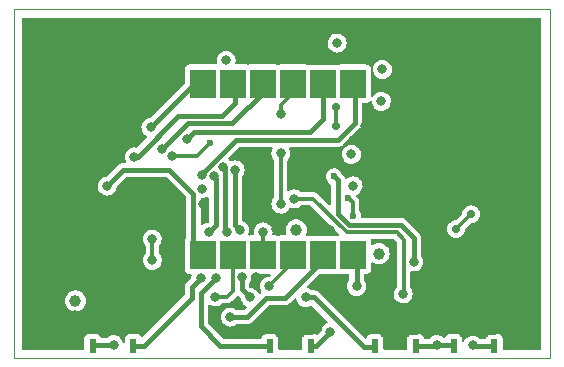
<source format=gbr>
%TF.GenerationSoftware,KiCad,Pcbnew,(6.0.1)*%
%TF.CreationDate,2022-09-04T12:14:09+08:00*%
%TF.ProjectId,Digital Clock,44696769-7461-46c2-9043-6c6f636b2e6b,_____*%
%TF.SameCoordinates,Original*%
%TF.FileFunction,Copper,L4,Bot*%
%TF.FilePolarity,Positive*%
%FSLAX46Y46*%
G04 Gerber Fmt 4.6, Leading zero omitted, Abs format (unit mm)*
G04 Created by KiCad (PCBNEW (6.0.1)) date 2022-09-04 12:14:09*
%MOMM*%
%LPD*%
G01*
G04 APERTURE LIST*
%TA.AperFunction,Profile*%
%ADD10C,0.100000*%
%TD*%
%TA.AperFunction,ComponentPad*%
%ADD11C,0.650000*%
%TD*%
%TA.AperFunction,ComponentPad*%
%ADD12O,2.090000X0.930000*%
%TD*%
%TA.AperFunction,SMDPad,CuDef*%
%ADD13R,0.600000X1.200000*%
%TD*%
%TA.AperFunction,SMDPad,CuDef*%
%ADD14R,0.650000X1.300000*%
%TD*%
%TA.AperFunction,SMDPad,CuDef*%
%ADD15R,0.400000X0.650000*%
%TD*%
%TA.AperFunction,ComponentPad*%
%ADD16C,1.000000*%
%TD*%
%TA.AperFunction,SMDPad,CuDef*%
%ADD17R,2.200000X2.450000*%
%TD*%
%TA.AperFunction,ViaPad*%
%ADD18C,0.800000*%
%TD*%
%TA.AperFunction,ViaPad*%
%ADD19C,1.200000*%
%TD*%
%TA.AperFunction,ViaPad*%
%ADD20C,2.000000*%
%TD*%
%TA.AperFunction,ViaPad*%
%ADD21C,1.000000*%
%TD*%
%TA.AperFunction,ViaPad*%
%ADD22C,0.700000*%
%TD*%
%TA.AperFunction,ViaPad*%
%ADD23C,0.600000*%
%TD*%
%TA.AperFunction,Conductor*%
%ADD24C,0.400000*%
%TD*%
%TA.AperFunction,Conductor*%
%ADD25C,0.300000*%
%TD*%
G04 APERTURE END LIST*
D10*
X43410000Y-19400000D02*
X88800000Y-19400000D01*
X88800000Y-19400000D02*
X88800000Y-48900000D01*
X88800000Y-48900000D02*
X43410000Y-48900000D01*
X43410000Y-48900000D02*
X43410000Y-19400000D01*
D11*
%TO.P,J1,6,Shield*%
%TO.N,GND*%
X84237500Y-34760000D03*
X84237500Y-38760000D03*
D12*
%TO.P,J1,7*%
X86337500Y-39590000D03*
X86337500Y-33910000D03*
%TD*%
D13*
%TO.P,SW2,1,1*%
%TO.N,/P3.2*%
X50060000Y-47880000D03*
%TO.P,SW2,2,2*%
%TO.N,/P1.4*%
X53510000Y-47880000D03*
D14*
%TO.P,SW2,3*%
%TO.N,GND*%
X54150000Y-46040000D03*
X49430000Y-46030000D03*
D15*
X53630000Y-45720000D03*
X49950000Y-45710000D03*
D16*
%TO.P,SW2,4*%
X50910000Y-46680000D03*
X52610000Y-46680000D03*
%TD*%
D13*
%TO.P,SW5,1,1*%
%TO.N,/P3.2*%
X77410000Y-47900000D03*
%TO.P,SW5,2,2*%
%TO.N,/P5.4*%
X73960000Y-47900000D03*
D15*
%TO.P,SW5,3*%
%TO.N,GND*%
X73850000Y-45730000D03*
X77530000Y-45740000D03*
D14*
X78050000Y-46060000D03*
X73330000Y-46050000D03*
D16*
%TO.P,SW5,4*%
X74810000Y-46700000D03*
X76510000Y-46700000D03*
%TD*%
D17*
%TO.P,D1,1,DIG1*%
%TO.N,/DIG1*%
X72110000Y-25700000D03*
%TO.P,D1,2,DIG2*%
%TO.N,/DIG4*%
X64490000Y-25695000D03*
%TO.P,D1,3,DIG3*%
%TO.N,/DIG2*%
X61950000Y-25700000D03*
%TO.P,D1,4,DIG4*%
%TO.N,/DIG3*%
X59410000Y-40175000D03*
%TO.P,D1,5,A*%
%TO.N,/A*%
X69570000Y-25705000D03*
%TO.P,D1,6,B*%
%TO.N,/B*%
X59410000Y-25690000D03*
%TO.P,D1,7,C*%
%TO.N,/C*%
X64490000Y-40180000D03*
%TO.P,D1,8,D*%
%TO.N,/D*%
X69570000Y-40190000D03*
%TO.P,D1,9,E*%
%TO.N,/E*%
X72110000Y-40185000D03*
%TO.P,D1,10,F*%
%TO.N,/F*%
X67030000Y-25695000D03*
%TO.P,D1,11,G*%
%TO.N,/G*%
X61950000Y-40185000D03*
%TO.P,D1,12,H*%
%TO.N,/DP*%
X67030000Y-40180000D03*
%TD*%
D13*
%TO.P,SW1,1,1*%
%TO.N,/P5.5*%
X84070000Y-47900000D03*
%TO.P,SW1,2,2*%
%TO.N,/P3.2*%
X80620000Y-47900000D03*
D15*
%TO.P,SW1,3*%
%TO.N,GND*%
X84190000Y-45740000D03*
D14*
X84710000Y-46060000D03*
X79990000Y-46050000D03*
D15*
X80510000Y-45730000D03*
D16*
%TO.P,SW1,4*%
X83170000Y-46700000D03*
X81470000Y-46700000D03*
%TD*%
D13*
%TO.P,SW3,1,1*%
%TO.N,/P3.2*%
X68520000Y-47900000D03*
%TO.P,SW3,2,2*%
%TO.N,/P1.5*%
X65070000Y-47900000D03*
D15*
%TO.P,SW3,3*%
%TO.N,GND*%
X64960000Y-45730000D03*
D14*
X69160000Y-46060000D03*
X64440000Y-46050000D03*
D15*
X68640000Y-45740000D03*
D16*
%TO.P,SW3,4*%
X67620000Y-46700000D03*
X65920000Y-46700000D03*
%TD*%
D18*
%TO.N,GND*%
X72110000Y-30460000D03*
X63300000Y-46750000D03*
X85400000Y-22650000D03*
D19*
X68900000Y-37900000D03*
D18*
X70200000Y-38100000D03*
X70400000Y-43200000D03*
D20*
X86900000Y-21199999D03*
D18*
X45550000Y-30410000D03*
X48450000Y-47000000D03*
D19*
X79000000Y-33100000D03*
D21*
X81900000Y-35400000D03*
D18*
X79100000Y-44550000D03*
X85700000Y-44900000D03*
X63900000Y-42100000D03*
X48600000Y-45300000D03*
D19*
X86350000Y-32000000D03*
X86337907Y-41700667D03*
D20*
X45100000Y-46700000D03*
D21*
X65700000Y-38000000D03*
D18*
X59450000Y-35890000D03*
X73130000Y-29320000D03*
D20*
X86900000Y-46700000D03*
X45100000Y-21200000D03*
D18*
X53810000Y-34000000D03*
X85400000Y-30850000D03*
X77250000Y-20850000D03*
D21*
%TO.N,VCC*%
X48610000Y-44100000D03*
D18*
X72110000Y-34360000D03*
X74500000Y-27200000D03*
X59330000Y-34600000D03*
X71970000Y-31690000D03*
X70760000Y-22260000D03*
D21*
X67300000Y-38100000D03*
D18*
X74600000Y-24500000D03*
D21*
X74300000Y-40100000D03*
D18*
X61370000Y-23740000D03*
%TO.N,/DIG1*%
X59290000Y-33420000D03*
%TO.N,/DIG4*%
X55900000Y-31200000D03*
%TO.N,/DIG2*%
X53600000Y-31900000D03*
%TO.N,/DIG3*%
X51290000Y-34370000D03*
%TO.N,/A*%
X58050000Y-30350000D03*
%TO.N,/B*%
X55000000Y-29400000D03*
%TO.N,/C*%
X64510000Y-38260000D03*
%TO.N,/D*%
X61710000Y-45460000D03*
%TO.N,/E*%
X72410000Y-42860000D03*
%TO.N,/F*%
X66000000Y-28300000D03*
X66000000Y-31600000D03*
X55110000Y-38860000D03*
X55110000Y-40660000D03*
X66000000Y-35900000D03*
%TO.N,/G*%
X60410000Y-43760000D03*
%TO.N,/DP*%
X65010000Y-42860000D03*
D22*
%TO.N,/UD+*%
X82110000Y-36760000D03*
X80840000Y-38010000D03*
%TO.N,/P3.7*%
X70660000Y-29280000D03*
X70660000Y-27680000D03*
D18*
%TO.N,/P3.2*%
X77250000Y-40800000D03*
X51850000Y-47800000D03*
D23*
X70510000Y-33560000D03*
D18*
X79200000Y-47800000D03*
X70200000Y-46700000D03*
%TO.N,/P1.4*%
X59210000Y-42160000D03*
X60310000Y-33560000D03*
X59910000Y-38260000D03*
%TO.N,/P1.5*%
X61470000Y-38270000D03*
X60510000Y-42160000D03*
X61110000Y-32760000D03*
%TO.N,/P5.4*%
X62500000Y-38100000D03*
X62130000Y-33000000D03*
X68100000Y-43800000D03*
X63400000Y-43800000D03*
X62700000Y-42100000D03*
D23*
%TO.N,/TX*%
X71710000Y-35360000D03*
X72100000Y-36900000D03*
%TO.N,/P1.3*%
X59980000Y-30730000D03*
D18*
X56780000Y-31810000D03*
%TO.N,/P5.5*%
X67110000Y-35460000D03*
X82250000Y-47850000D03*
X76350000Y-43500000D03*
%TD*%
D24*
%TO.N,GND*%
X74810000Y-46700000D02*
X76510000Y-46700000D01*
X76510000Y-46700000D02*
X77410000Y-46700000D01*
X84070000Y-46700000D02*
X84710000Y-46060000D01*
X64000000Y-46050000D02*
X64440000Y-46050000D01*
X80820000Y-46050000D02*
X81470000Y-46700000D01*
X67620000Y-46700000D02*
X68520000Y-46700000D01*
X68520000Y-46700000D02*
X69160000Y-46060000D01*
X49430000Y-46030000D02*
X49420000Y-46030000D01*
X63300000Y-46750000D02*
X64000000Y-46050000D01*
X49430000Y-46030000D02*
X50260000Y-46030000D01*
X52610000Y-46680000D02*
X52670000Y-46680000D01*
X78050000Y-45600000D02*
X79100000Y-44550000D01*
X50260000Y-46030000D02*
X50910000Y-46680000D01*
X78050000Y-46060000D02*
X78050000Y-45600000D01*
X77410000Y-46700000D02*
X78050000Y-46060000D01*
X50910000Y-46680000D02*
X52610000Y-46680000D01*
X74160000Y-46050000D02*
X74810000Y-46700000D01*
X52670000Y-46680000D02*
X53630000Y-45720000D01*
X84710000Y-46060000D02*
X84710000Y-45890000D01*
X64440000Y-46050000D02*
X65270000Y-46050000D01*
X84710000Y-45890000D02*
X85700000Y-44900000D01*
X67620000Y-46700000D02*
X65920000Y-46700000D01*
X65270000Y-46050000D02*
X65920000Y-46700000D01*
X73330000Y-46050000D02*
X74160000Y-46050000D01*
X79990000Y-46050000D02*
X80820000Y-46050000D01*
X83170000Y-46700000D02*
X84070000Y-46700000D01*
X49420000Y-46030000D02*
X48450000Y-47000000D01*
X81470000Y-46700000D02*
X83170000Y-46700000D01*
%TO.N,/DIG1*%
X62190000Y-30480000D02*
X70800000Y-30480000D01*
X72250000Y-29030000D02*
X72250000Y-25730000D01*
X70800000Y-30480000D02*
X72250000Y-29030000D01*
X59290000Y-33420000D02*
X59290000Y-33380000D01*
X59290000Y-33380000D02*
X62190000Y-30480000D01*
%TO.N,/DIG4*%
X55970000Y-31200000D02*
X58110000Y-29060000D01*
X55900000Y-31200000D02*
X55970000Y-31200000D01*
X64630000Y-26320000D02*
X64630000Y-25725000D01*
X61890000Y-29060000D02*
X64630000Y-26320000D01*
X58110000Y-29060000D02*
X61890000Y-29060000D01*
%TO.N,/DIG2*%
X53600000Y-31900000D02*
X53870000Y-31900000D01*
X53870000Y-31900000D02*
X57320000Y-28450000D01*
X62090000Y-27355000D02*
X62090000Y-25730000D01*
X60995000Y-28450000D02*
X62090000Y-27355000D01*
X57320000Y-28450000D02*
X60995000Y-28450000D01*
%TO.N,/DIG3*%
X58600000Y-39255000D02*
X59550000Y-40205000D01*
X52660000Y-33000000D02*
X56550000Y-33000000D01*
X58600000Y-35050000D02*
X58600000Y-39255000D01*
X51290000Y-34370000D02*
X52660000Y-33000000D01*
X56550000Y-33000000D02*
X58600000Y-35050000D01*
%TO.N,/A*%
X68510000Y-29760000D02*
X69570000Y-28700000D01*
X69570000Y-28700000D02*
X69570000Y-25705000D01*
X58050000Y-30350000D02*
X58640000Y-29760000D01*
X58640000Y-29760000D02*
X68510000Y-29760000D01*
%TO.N,/B*%
X58680000Y-25690000D02*
X59410000Y-25690000D01*
X55000000Y-29370000D02*
X58680000Y-25690000D01*
X55000000Y-29400000D02*
X55000000Y-29370000D01*
D25*
%TO.N,/C*%
X64510000Y-40160000D02*
X64490000Y-40180000D01*
X64510000Y-38260000D02*
X64510000Y-40160000D01*
D24*
%TO.N,/D*%
X61710000Y-45460000D02*
X63140000Y-45460000D01*
X66340000Y-43860000D02*
X69570000Y-40630000D01*
X63140000Y-45460000D02*
X64740000Y-43860000D01*
X64740000Y-43860000D02*
X66340000Y-43860000D01*
%TO.N,/E*%
X72410000Y-42860000D02*
X72410000Y-40485000D01*
X72410000Y-40485000D02*
X72110000Y-40185000D01*
D25*
%TO.N,/F*%
X55110000Y-40660000D02*
X55110000Y-38860000D01*
X67030000Y-26470000D02*
X67030000Y-25695000D01*
X66000000Y-27500000D02*
X67030000Y-26470000D01*
X66000000Y-28300000D02*
X66000000Y-27500000D01*
X66000000Y-35900000D02*
X66000000Y-31600000D01*
%TO.N,/G*%
X60410000Y-43760000D02*
X61410000Y-43760000D01*
X61950000Y-43220000D02*
X61950000Y-40185000D01*
X61410000Y-43760000D02*
X61950000Y-43220000D01*
%TO.N,/DP*%
X65010000Y-42860000D02*
X67030000Y-40840000D01*
X67030000Y-40840000D02*
X67030000Y-40180000D01*
%TO.N,/UD+*%
X82090000Y-36760000D02*
X82110000Y-36760000D01*
X80840000Y-38010000D02*
X82090000Y-36760000D01*
%TO.N,/P3.7*%
X70660000Y-27680000D02*
X70660000Y-29280000D01*
D24*
%TO.N,/P3.2*%
X79200000Y-47800000D02*
X80520000Y-47800000D01*
X76200000Y-37700000D02*
X71800000Y-37700000D01*
X71800000Y-37700000D02*
X70810000Y-36710000D01*
X77250000Y-38750000D02*
X76200000Y-37700000D01*
X70810000Y-33860000D02*
X70510000Y-33560000D01*
X77250000Y-40800000D02*
X77250000Y-38750000D01*
X70200000Y-46700000D02*
X69000000Y-47900000D01*
X50140000Y-47800000D02*
X51850000Y-47800000D01*
X69000000Y-47900000D02*
X68520000Y-47900000D01*
X79100000Y-47900000D02*
X79200000Y-47800000D01*
X80520000Y-47800000D02*
X80620000Y-47900000D01*
X77410000Y-47900000D02*
X79100000Y-47900000D01*
X50140000Y-47800000D02*
X50060000Y-47880000D01*
X70810000Y-36710000D02*
X70810000Y-33860000D01*
%TO.N,/P1.4*%
X59210000Y-42160000D02*
X59210000Y-42190000D01*
X54420000Y-47880000D02*
X53510000Y-47880000D01*
X60500000Y-37670000D02*
X60500000Y-33750000D01*
X59210000Y-42190000D02*
X58450000Y-42950000D01*
X59910000Y-38260000D02*
X60500000Y-37670000D01*
X58450000Y-43850000D02*
X54420000Y-47880000D01*
X58450000Y-42950000D02*
X58450000Y-43850000D01*
X60500000Y-33750000D02*
X60310000Y-33560000D01*
%TO.N,/P1.5*%
X61300000Y-32950000D02*
X61300000Y-38100000D01*
X59210000Y-43460000D02*
X59210000Y-46260000D01*
X61110000Y-32760000D02*
X61300000Y-32950000D01*
X59210000Y-46260000D02*
X60850000Y-47900000D01*
X60850000Y-47900000D02*
X65070000Y-47900000D01*
X60510000Y-42160000D02*
X59210000Y-43460000D01*
X61300000Y-38100000D02*
X61470000Y-38270000D01*
%TO.N,/P5.4*%
X68100000Y-43800000D02*
X68800000Y-43800000D01*
X62500000Y-38100000D02*
X62500000Y-38030000D01*
X63400000Y-43800000D02*
X62700000Y-43100000D01*
X62500000Y-38030000D02*
X62130000Y-37660000D01*
X68800000Y-43800000D02*
X73030000Y-48030000D01*
X73030000Y-48030000D02*
X73960000Y-48030000D01*
X62700000Y-43100000D02*
X62700000Y-42100000D01*
X62130000Y-37660000D02*
X62130000Y-33000000D01*
D25*
%TO.N,/TX*%
X72100000Y-35750000D02*
X71710000Y-35360000D01*
X72100000Y-36900000D02*
X72100000Y-35750000D01*
%TO.N,/P1.3*%
X56780000Y-31810000D02*
X58900000Y-31810000D01*
X58900000Y-31810000D02*
X59980000Y-30730000D01*
D24*
%TO.N,/P5.5*%
X84070000Y-47900000D02*
X82300000Y-47900000D01*
D25*
X76400000Y-43450000D02*
X76350000Y-43500000D01*
X68760000Y-35460000D02*
X71600000Y-38300000D01*
X75800000Y-38300000D02*
X76400000Y-38900000D01*
X67110000Y-35460000D02*
X68760000Y-35460000D01*
X76400000Y-38900000D02*
X76400000Y-43450000D01*
X71600000Y-38300000D02*
X75800000Y-38300000D01*
D24*
X82300000Y-47900000D02*
X82250000Y-47850000D01*
%TD*%
%TA.AperFunction,Conductor*%
%TO.N,GND*%
G36*
X87994191Y-20153907D02*
G01*
X88030155Y-20203407D01*
X88035000Y-20234000D01*
X88035000Y-48126000D01*
X88016093Y-48184191D01*
X87966593Y-48220155D01*
X87936000Y-48225000D01*
X84869500Y-48225000D01*
X84811309Y-48206093D01*
X84775345Y-48156593D01*
X84770500Y-48126000D01*
X84770499Y-47272376D01*
X84770499Y-47268482D01*
X84767332Y-47248481D01*
X84763168Y-47222193D01*
X84755646Y-47174696D01*
X84704340Y-47074003D01*
X84701586Y-47068597D01*
X84701585Y-47068595D01*
X84698050Y-47061658D01*
X84608342Y-46971950D01*
X84601405Y-46968415D01*
X84601403Y-46968414D01*
X84502244Y-46917890D01*
X84502243Y-46917890D01*
X84495304Y-46914354D01*
X84487610Y-46913135D01*
X84487609Y-46913135D01*
X84405365Y-46900109D01*
X84405363Y-46900109D01*
X84401519Y-46899500D01*
X84070043Y-46899500D01*
X83738482Y-46899501D01*
X83734639Y-46900110D01*
X83734634Y-46900110D01*
X83697783Y-46905947D01*
X83644696Y-46914354D01*
X83617275Y-46928326D01*
X83538597Y-46968414D01*
X83538595Y-46968415D01*
X83531658Y-46971950D01*
X83441950Y-47061658D01*
X83438415Y-47068595D01*
X83438414Y-47068597D01*
X83390624Y-47162391D01*
X83384354Y-47174696D01*
X83383135Y-47182390D01*
X83383135Y-47182391D01*
X83377814Y-47215987D01*
X83350036Y-47270504D01*
X83295520Y-47298281D01*
X83280033Y-47299500D01*
X82872749Y-47299500D01*
X82814558Y-47280593D01*
X82802502Y-47270259D01*
X82758671Y-47226121D01*
X82758670Y-47226120D01*
X82754770Y-47222193D01*
X82744988Y-47215985D01*
X82607810Y-47128929D01*
X82607809Y-47128928D01*
X82603136Y-47125963D01*
X82433951Y-47065719D01*
X82428464Y-47065065D01*
X82428461Y-47065064D01*
X82261120Y-47045110D01*
X82261117Y-47045110D01*
X82255624Y-47044455D01*
X82077017Y-47063227D01*
X82071777Y-47065011D01*
X82071776Y-47065011D01*
X81912249Y-47119318D01*
X81912245Y-47119320D01*
X81907007Y-47121103D01*
X81902297Y-47124001D01*
X81902292Y-47124003D01*
X81781301Y-47198438D01*
X81754045Y-47215206D01*
X81625732Y-47340859D01*
X81528446Y-47491817D01*
X81526554Y-47497014D01*
X81526551Y-47497021D01*
X81512528Y-47535548D01*
X81474859Y-47583763D01*
X81416044Y-47600628D01*
X81358548Y-47579701D01*
X81324334Y-47528976D01*
X81320499Y-47501688D01*
X81320499Y-47268482D01*
X81317332Y-47248481D01*
X81313168Y-47222193D01*
X81305646Y-47174696D01*
X81254340Y-47074003D01*
X81251586Y-47068597D01*
X81251585Y-47068595D01*
X81248050Y-47061658D01*
X81158342Y-46971950D01*
X81151405Y-46968415D01*
X81151403Y-46968414D01*
X81052244Y-46917890D01*
X81052243Y-46917890D01*
X81045304Y-46914354D01*
X81037610Y-46913135D01*
X81037609Y-46913135D01*
X80955365Y-46900109D01*
X80955363Y-46900109D01*
X80951519Y-46899500D01*
X80620043Y-46899500D01*
X80288482Y-46899501D01*
X80284639Y-46900110D01*
X80284634Y-46900110D01*
X80247783Y-46905947D01*
X80194696Y-46914354D01*
X80167275Y-46928326D01*
X80088597Y-46968414D01*
X80088595Y-46968415D01*
X80081658Y-46971950D01*
X79991950Y-47061658D01*
X79988414Y-47068598D01*
X79988411Y-47068602D01*
X79949257Y-47145445D01*
X79905993Y-47188710D01*
X79861048Y-47199500D01*
X79772612Y-47199500D01*
X79710580Y-47177656D01*
X79708670Y-47176120D01*
X79704770Y-47172193D01*
X79697780Y-47167757D01*
X79557810Y-47078929D01*
X79557809Y-47078928D01*
X79553136Y-47075963D01*
X79524368Y-47065719D01*
X79456796Y-47041658D01*
X79383951Y-47015719D01*
X79378464Y-47015065D01*
X79378461Y-47015064D01*
X79211120Y-46995110D01*
X79211117Y-46995110D01*
X79205624Y-46994455D01*
X79027017Y-47013227D01*
X79021777Y-47015011D01*
X79021776Y-47015011D01*
X78862249Y-47069318D01*
X78862245Y-47069320D01*
X78857007Y-47071103D01*
X78852297Y-47074001D01*
X78852292Y-47074003D01*
X78724459Y-47152647D01*
X78704045Y-47165206D01*
X78700095Y-47169074D01*
X78700090Y-47169078D01*
X78595772Y-47271233D01*
X78540968Y-47298438D01*
X78526506Y-47299500D01*
X78199966Y-47299500D01*
X78141775Y-47280593D01*
X78105811Y-47231093D01*
X78102185Y-47215985D01*
X78096865Y-47182391D01*
X78096864Y-47182389D01*
X78095646Y-47174696D01*
X78044340Y-47074003D01*
X78041586Y-47068597D01*
X78041585Y-47068595D01*
X78038050Y-47061658D01*
X77948342Y-46971950D01*
X77941405Y-46968415D01*
X77941403Y-46968414D01*
X77842244Y-46917890D01*
X77842243Y-46917890D01*
X77835304Y-46914354D01*
X77827610Y-46913135D01*
X77827609Y-46913135D01*
X77745365Y-46900109D01*
X77745363Y-46900109D01*
X77741519Y-46899500D01*
X77410043Y-46899500D01*
X77078482Y-46899501D01*
X77074639Y-46900110D01*
X77074634Y-46900110D01*
X77037783Y-46905947D01*
X76984696Y-46914354D01*
X76957275Y-46928326D01*
X76878597Y-46968414D01*
X76878595Y-46968415D01*
X76871658Y-46971950D01*
X76781950Y-47061658D01*
X76778415Y-47068595D01*
X76778414Y-47068597D01*
X76730624Y-47162391D01*
X76724354Y-47174696D01*
X76723135Y-47182390D01*
X76723135Y-47182391D01*
X76713791Y-47241389D01*
X76709500Y-47268481D01*
X76709500Y-47272374D01*
X76709501Y-48126000D01*
X76690594Y-48184191D01*
X76641094Y-48220155D01*
X76610501Y-48225000D01*
X74759500Y-48225000D01*
X74701309Y-48206093D01*
X74665345Y-48156593D01*
X74660500Y-48126000D01*
X74660499Y-47272376D01*
X74660499Y-47268482D01*
X74657332Y-47248481D01*
X74653168Y-47222193D01*
X74645646Y-47174696D01*
X74594340Y-47074003D01*
X74591586Y-47068597D01*
X74591585Y-47068595D01*
X74588050Y-47061658D01*
X74498342Y-46971950D01*
X74491405Y-46968415D01*
X74491403Y-46968414D01*
X74392244Y-46917890D01*
X74392243Y-46917890D01*
X74385304Y-46914354D01*
X74377610Y-46913135D01*
X74377609Y-46913135D01*
X74295365Y-46900109D01*
X74295363Y-46900109D01*
X74291519Y-46899500D01*
X73960043Y-46899500D01*
X73628482Y-46899501D01*
X73624639Y-46900110D01*
X73624634Y-46900110D01*
X73587783Y-46905947D01*
X73534696Y-46914354D01*
X73507275Y-46928326D01*
X73428597Y-46968414D01*
X73428595Y-46968415D01*
X73421658Y-46971950D01*
X73331950Y-47061658D01*
X73328415Y-47068595D01*
X73328414Y-47068597D01*
X73280624Y-47162391D01*
X73274354Y-47174696D01*
X73273135Y-47182390D01*
X73273135Y-47182391D01*
X73270509Y-47198972D01*
X73242731Y-47253489D01*
X73188215Y-47281266D01*
X73127783Y-47271695D01*
X73102724Y-47253489D01*
X69257036Y-43407801D01*
X69248498Y-43398064D01*
X69232236Y-43376871D01*
X69228282Y-43371718D01*
X69102841Y-43275464D01*
X68956762Y-43214956D01*
X68839361Y-43199500D01*
X68806434Y-43195165D01*
X68800000Y-43194318D01*
X68772823Y-43197896D01*
X68767073Y-43198653D01*
X68754151Y-43199500D01*
X68672612Y-43199500D01*
X68610580Y-43177656D01*
X68608670Y-43176120D01*
X68604770Y-43172193D01*
X68537065Y-43129226D01*
X68457810Y-43078929D01*
X68457809Y-43078928D01*
X68453136Y-43075963D01*
X68283951Y-43015719D01*
X68278462Y-43015064D01*
X68278460Y-43015064D01*
X68269847Y-43014037D01*
X68262647Y-43013179D01*
X68207105Y-42987516D01*
X68177254Y-42934106D01*
X68184497Y-42873351D01*
X68204364Y-42844871D01*
X69204739Y-41844496D01*
X69259256Y-41816719D01*
X69274743Y-41815500D01*
X70574229Y-41815499D01*
X70701518Y-41815499D01*
X70705361Y-41814890D01*
X70705366Y-41814890D01*
X70742217Y-41809053D01*
X70795304Y-41800646D01*
X70802244Y-41797110D01*
X70809659Y-41794701D01*
X70810165Y-41796257D01*
X70861532Y-41788119D01*
X70876643Y-41791747D01*
X70877750Y-41792107D01*
X70884696Y-41795646D01*
X70943632Y-41804980D01*
X70974635Y-41809891D01*
X70974637Y-41809891D01*
X70978481Y-41810500D01*
X71710500Y-41810500D01*
X71768691Y-41829407D01*
X71804655Y-41878907D01*
X71809500Y-41909500D01*
X71809500Y-42287441D01*
X71787551Y-42349078D01*
X71785732Y-42350859D01*
X71688446Y-42501817D01*
X71627022Y-42670578D01*
X71604514Y-42848753D01*
X71608189Y-42886232D01*
X71621499Y-43021984D01*
X71621500Y-43021989D01*
X71622039Y-43027486D01*
X71678726Y-43197896D01*
X71681591Y-43202627D01*
X71681593Y-43202631D01*
X71752005Y-43318894D01*
X71771759Y-43351512D01*
X71896514Y-43480699D01*
X71901139Y-43483725D01*
X71901142Y-43483728D01*
X72029594Y-43567784D01*
X72046789Y-43579036D01*
X72215116Y-43641636D01*
X72220602Y-43642368D01*
X72220606Y-43642369D01*
X72367618Y-43661984D01*
X72393130Y-43665388D01*
X72398636Y-43664887D01*
X72398638Y-43664887D01*
X72482555Y-43657250D01*
X72571981Y-43649112D01*
X72596618Y-43641107D01*
X72737517Y-43595326D01*
X72737519Y-43595325D01*
X72742782Y-43593615D01*
X72747538Y-43590780D01*
X72747540Y-43590779D01*
X72862091Y-43522493D01*
X72897044Y-43501657D01*
X73027099Y-43377807D01*
X73031543Y-43371119D01*
X73092470Y-43279415D01*
X73126483Y-43228222D01*
X73190257Y-43060336D01*
X73211133Y-42911794D01*
X73214818Y-42885575D01*
X73214818Y-42885573D01*
X73215251Y-42882493D01*
X73215387Y-42872771D01*
X73215522Y-42863116D01*
X73215522Y-42863108D01*
X73215565Y-42860000D01*
X73214585Y-42851265D01*
X73196163Y-42687025D01*
X73196162Y-42687021D01*
X73195546Y-42681528D01*
X73144248Y-42534220D01*
X73138305Y-42517153D01*
X73138305Y-42517152D01*
X73136485Y-42511927D01*
X73041316Y-42359625D01*
X73037419Y-42355700D01*
X73033977Y-42351358D01*
X73035514Y-42350140D01*
X73011667Y-42302944D01*
X73010500Y-42287788D01*
X73010500Y-41909499D01*
X73029407Y-41851308D01*
X73078907Y-41815344D01*
X73109500Y-41810499D01*
X73241518Y-41810499D01*
X73245361Y-41809890D01*
X73245366Y-41809890D01*
X73282217Y-41804053D01*
X73335304Y-41795646D01*
X73391823Y-41766848D01*
X73441403Y-41741586D01*
X73441405Y-41741585D01*
X73448342Y-41738050D01*
X73538050Y-41648342D01*
X73543146Y-41638342D01*
X73592110Y-41542244D01*
X73592110Y-41542243D01*
X73595646Y-41535304D01*
X73598449Y-41517610D01*
X73609891Y-41445365D01*
X73609891Y-41445363D01*
X73610500Y-41441519D01*
X73610500Y-40906427D01*
X73629407Y-40848236D01*
X73678907Y-40812272D01*
X73740093Y-40812272D01*
X73767690Y-40826334D01*
X73843074Y-40881103D01*
X73843078Y-40881105D01*
X73847270Y-40884151D01*
X73852002Y-40886258D01*
X73852004Y-40886259D01*
X73897302Y-40906427D01*
X74020197Y-40961144D01*
X74025267Y-40962222D01*
X74025268Y-40962222D01*
X74062610Y-40970159D01*
X74205354Y-41000500D01*
X74394646Y-41000500D01*
X74537390Y-40970159D01*
X74574732Y-40962222D01*
X74574733Y-40962222D01*
X74579803Y-40961144D01*
X74702698Y-40906427D01*
X74747996Y-40886259D01*
X74747998Y-40886258D01*
X74752730Y-40884151D01*
X74905871Y-40772888D01*
X74909337Y-40769038D01*
X74909341Y-40769035D01*
X75029061Y-40636072D01*
X75032533Y-40632216D01*
X75119533Y-40481528D01*
X75124587Y-40472774D01*
X75124588Y-40472772D01*
X75127179Y-40468284D01*
X75177983Y-40311927D01*
X75184072Y-40293188D01*
X75184073Y-40293183D01*
X75185674Y-40288256D01*
X75205460Y-40100000D01*
X75185674Y-39911744D01*
X75184073Y-39906817D01*
X75184072Y-39906812D01*
X75128781Y-39736646D01*
X75128780Y-39736645D01*
X75127179Y-39731716D01*
X75032533Y-39567784D01*
X74989501Y-39519992D01*
X74909341Y-39430965D01*
X74909337Y-39430962D01*
X74905871Y-39427112D01*
X74752730Y-39315849D01*
X74747998Y-39313742D01*
X74747996Y-39313741D01*
X74584540Y-39240965D01*
X74584539Y-39240965D01*
X74579803Y-39238856D01*
X74574733Y-39237778D01*
X74574732Y-39237778D01*
X74537390Y-39229841D01*
X74394646Y-39199500D01*
X74205354Y-39199500D01*
X74062610Y-39229841D01*
X74025268Y-39237778D01*
X74025267Y-39237778D01*
X74020197Y-39238856D01*
X74015461Y-39240965D01*
X74015460Y-39240965D01*
X73852004Y-39313741D01*
X73852002Y-39313742D01*
X73847270Y-39315849D01*
X73784554Y-39361414D01*
X73767690Y-39373667D01*
X73709499Y-39392574D01*
X73651308Y-39373667D01*
X73615344Y-39324166D01*
X73610499Y-39293574D01*
X73610499Y-38949500D01*
X73629406Y-38891309D01*
X73678906Y-38855345D01*
X73709499Y-38850500D01*
X75530968Y-38850500D01*
X75589159Y-38869407D01*
X75600971Y-38879496D01*
X75820503Y-39099027D01*
X75848281Y-39153544D01*
X75849500Y-39169031D01*
X75849500Y-42828041D01*
X75830593Y-42886232D01*
X75819766Y-42898774D01*
X75733832Y-42982927D01*
X75725732Y-42990859D01*
X75628446Y-43141817D01*
X75567022Y-43310578D01*
X75544514Y-43488753D01*
X75551525Y-43560257D01*
X75561499Y-43661984D01*
X75561500Y-43661989D01*
X75562039Y-43667486D01*
X75618726Y-43837896D01*
X75621591Y-43842627D01*
X75621593Y-43842631D01*
X75700391Y-43972741D01*
X75711759Y-43991512D01*
X75836514Y-44120699D01*
X75841139Y-44123725D01*
X75841142Y-44123728D01*
X75982163Y-44216009D01*
X75986789Y-44219036D01*
X76155116Y-44281636D01*
X76160602Y-44282368D01*
X76160606Y-44282369D01*
X76307116Y-44301917D01*
X76333130Y-44305388D01*
X76338636Y-44304887D01*
X76338638Y-44304887D01*
X76422556Y-44297250D01*
X76511981Y-44289112D01*
X76517241Y-44287403D01*
X76677517Y-44235326D01*
X76677519Y-44235325D01*
X76682782Y-44233615D01*
X76687538Y-44230780D01*
X76687540Y-44230779D01*
X76795163Y-44166623D01*
X76837044Y-44141657D01*
X76967099Y-44017807D01*
X77066483Y-43868222D01*
X77130257Y-43700336D01*
X77155251Y-43522493D01*
X77155295Y-43519375D01*
X77155522Y-43503116D01*
X77155522Y-43503108D01*
X77155565Y-43500000D01*
X77154921Y-43494256D01*
X77136163Y-43327025D01*
X77136162Y-43327021D01*
X77135546Y-43321528D01*
X77076485Y-43151927D01*
X76996872Y-43024519D01*
X76984248Y-43004317D01*
X76984247Y-43004316D01*
X76981316Y-42999625D01*
X76977419Y-42995700D01*
X76973977Y-42991358D01*
X76975514Y-42990140D01*
X76951667Y-42942944D01*
X76950500Y-42927788D01*
X76950500Y-41680764D01*
X76969407Y-41622573D01*
X77018907Y-41586609D01*
X77062593Y-41582634D01*
X77220810Y-41603744D01*
X77233130Y-41605388D01*
X77238636Y-41604887D01*
X77238638Y-41604887D01*
X77322555Y-41597250D01*
X77411981Y-41589112D01*
X77417241Y-41587403D01*
X77577517Y-41535326D01*
X77577519Y-41535325D01*
X77582782Y-41533615D01*
X77587538Y-41530780D01*
X77587540Y-41530779D01*
X77698463Y-41464656D01*
X77737044Y-41441657D01*
X77867099Y-41317807D01*
X77875948Y-41304489D01*
X77960115Y-41177807D01*
X77966483Y-41168222D01*
X78030257Y-41000336D01*
X78055251Y-40822493D01*
X78055565Y-40800000D01*
X78042730Y-40685575D01*
X78036163Y-40627025D01*
X78036162Y-40627021D01*
X78035546Y-40621528D01*
X77976485Y-40451927D01*
X77881316Y-40299625D01*
X77877419Y-40295700D01*
X77873977Y-40291358D01*
X77875514Y-40290140D01*
X77851667Y-40242944D01*
X77850500Y-40227788D01*
X77850500Y-38795849D01*
X77851347Y-38782927D01*
X77854835Y-38756433D01*
X77855682Y-38750000D01*
X77835044Y-38593238D01*
X77829685Y-38580299D01*
X77806471Y-38524257D01*
X77774536Y-38447159D01*
X77752488Y-38418425D01*
X77678282Y-38321718D01*
X77651936Y-38301502D01*
X77642199Y-38292964D01*
X77348690Y-37999455D01*
X80084825Y-37999455D01*
X80101255Y-38167025D01*
X80154402Y-38326791D01*
X80157267Y-38331522D01*
X80157269Y-38331526D01*
X80238755Y-38466075D01*
X80241624Y-38470812D01*
X80245472Y-38474797D01*
X80245473Y-38474798D01*
X80286375Y-38517153D01*
X80358586Y-38591929D01*
X80382775Y-38607758D01*
X80458648Y-38657408D01*
X80499475Y-38684125D01*
X80504662Y-38686054D01*
X80652096Y-38740884D01*
X80652098Y-38740884D01*
X80657289Y-38742815D01*
X80662781Y-38743548D01*
X80662782Y-38743548D01*
X80759353Y-38756433D01*
X80824183Y-38765083D01*
X80829689Y-38764582D01*
X80829691Y-38764582D01*
X80986353Y-38750325D01*
X80986357Y-38750324D01*
X80991864Y-38749823D01*
X80997125Y-38748114D01*
X80997128Y-38748113D01*
X81087962Y-38718599D01*
X81151997Y-38697793D01*
X81296623Y-38611578D01*
X81300632Y-38607760D01*
X81300635Y-38607758D01*
X81363736Y-38547667D01*
X81418554Y-38495465D01*
X81434934Y-38470812D01*
X81508668Y-38359833D01*
X81511731Y-38355223D01*
X81546719Y-38263116D01*
X81569556Y-38202997D01*
X81569557Y-38202994D01*
X81571521Y-38197823D01*
X81579799Y-38138929D01*
X81589939Y-38066779D01*
X81617971Y-38010555D01*
X82090028Y-37538497D01*
X82144545Y-37510719D01*
X82151059Y-37509907D01*
X82256353Y-37500325D01*
X82256357Y-37500324D01*
X82261864Y-37499823D01*
X82267125Y-37498114D01*
X82267128Y-37498113D01*
X82346901Y-37472193D01*
X82421997Y-37447793D01*
X82566623Y-37361578D01*
X82570632Y-37357760D01*
X82570635Y-37357758D01*
X82633318Y-37298065D01*
X82688554Y-37245465D01*
X82781731Y-37105223D01*
X82841521Y-36947823D01*
X82846166Y-36914778D01*
X82864521Y-36784173D01*
X82864955Y-36781088D01*
X82865249Y-36760000D01*
X82862073Y-36731680D01*
X82850755Y-36630779D01*
X82846481Y-36592676D01*
X82791108Y-36433668D01*
X82701884Y-36290879D01*
X82697989Y-36286956D01*
X82697986Y-36286953D01*
X82587144Y-36175335D01*
X82587142Y-36175334D01*
X82583242Y-36171406D01*
X82517380Y-36129609D01*
X82445749Y-36084150D01*
X82445745Y-36084148D01*
X82441079Y-36081187D01*
X82295664Y-36029407D01*
X82287672Y-36026561D01*
X82287670Y-36026561D01*
X82282462Y-36024706D01*
X82276973Y-36024051D01*
X82276971Y-36024051D01*
X82120769Y-36005424D01*
X82120766Y-36005424D01*
X82115273Y-36004769D01*
X81947821Y-36022369D01*
X81942582Y-36024153D01*
X81942580Y-36024153D01*
X81831453Y-36061984D01*
X81788431Y-36076630D01*
X81783721Y-36079528D01*
X81783716Y-36079530D01*
X81700093Y-36130976D01*
X81645022Y-36164856D01*
X81641073Y-36168723D01*
X81641072Y-36168724D01*
X81590007Y-36218731D01*
X81524724Y-36282661D01*
X81521726Y-36287313D01*
X81437629Y-36417807D01*
X81433515Y-36424190D01*
X81375927Y-36582409D01*
X81375233Y-36587901D01*
X81375233Y-36587902D01*
X81363816Y-36678278D01*
X81335601Y-36735874D01*
X80838141Y-37233335D01*
X80778486Y-37261789D01*
X80677821Y-37272369D01*
X80672582Y-37274153D01*
X80672580Y-37274153D01*
X80541155Y-37318894D01*
X80518431Y-37326630D01*
X80513721Y-37329528D01*
X80513716Y-37329530D01*
X80433420Y-37378929D01*
X80375022Y-37414856D01*
X80371073Y-37418723D01*
X80371072Y-37418724D01*
X80310977Y-37477574D01*
X80254724Y-37532661D01*
X80251726Y-37537313D01*
X80188049Y-37636121D01*
X80163515Y-37674190D01*
X80105927Y-37832409D01*
X80084825Y-37999455D01*
X77348690Y-37999455D01*
X76657038Y-37307803D01*
X76648499Y-37298065D01*
X76632233Y-37276866D01*
X76632229Y-37276862D01*
X76628282Y-37271718D01*
X76502841Y-37175464D01*
X76356762Y-37114956D01*
X76239361Y-37099500D01*
X76206434Y-37095165D01*
X76200000Y-37094318D01*
X76167073Y-37098653D01*
X76154151Y-37099500D01*
X72893287Y-37099500D01*
X72835096Y-37080593D01*
X72799132Y-37031093D01*
X72795275Y-36986551D01*
X72805034Y-36917984D01*
X72805034Y-36917980D01*
X72805490Y-36914778D01*
X72805645Y-36900000D01*
X72790878Y-36777974D01*
X72785993Y-36737602D01*
X72785992Y-36737599D01*
X72785276Y-36731680D01*
X72725345Y-36573077D01*
X72705653Y-36544425D01*
X72667912Y-36489511D01*
X72650500Y-36433437D01*
X72650500Y-35764435D01*
X72650587Y-35760289D01*
X72652440Y-35716071D01*
X72653210Y-35697706D01*
X72642984Y-35654107D01*
X72641284Y-35644937D01*
X72636122Y-35607258D01*
X72635206Y-35600568D01*
X72628276Y-35584554D01*
X72622753Y-35567856D01*
X72618768Y-35550864D01*
X72597188Y-35511611D01*
X72593090Y-35503245D01*
X72577984Y-35468336D01*
X72575305Y-35462145D01*
X72564322Y-35448581D01*
X72554513Y-35433983D01*
X72546106Y-35418692D01*
X72539102Y-35410578D01*
X72513560Y-35385036D01*
X72506637Y-35377347D01*
X72480386Y-35344930D01*
X72474888Y-35341023D01*
X72474884Y-35341019D01*
X72463207Y-35332721D01*
X72450551Y-35322027D01*
X72429783Y-35301259D01*
X72401504Y-35243148D01*
X72395276Y-35191680D01*
X72397958Y-35191355D01*
X72401651Y-35141294D01*
X72441160Y-35094574D01*
X72442824Y-35093686D01*
X72442782Y-35093615D01*
X72455541Y-35086009D01*
X72597044Y-35001657D01*
X72727099Y-34877807D01*
X72826483Y-34728222D01*
X72890257Y-34560336D01*
X72915251Y-34382493D01*
X72915565Y-34360000D01*
X72903549Y-34252874D01*
X72896163Y-34187025D01*
X72896162Y-34187021D01*
X72895546Y-34181528D01*
X72841072Y-34025100D01*
X72838305Y-34017153D01*
X72838305Y-34017152D01*
X72836485Y-34011927D01*
X72766146Y-33899361D01*
X72744247Y-33864315D01*
X72744245Y-33864313D01*
X72741316Y-33859625D01*
X72656328Y-33774042D01*
X72618671Y-33736121D01*
X72618669Y-33736120D01*
X72614770Y-33732193D01*
X72606176Y-33726739D01*
X72467810Y-33638929D01*
X72467809Y-33638928D01*
X72463136Y-33635963D01*
X72293951Y-33575719D01*
X72288464Y-33575065D01*
X72288461Y-33575064D01*
X72121120Y-33555110D01*
X72121117Y-33555110D01*
X72115624Y-33554455D01*
X71937017Y-33573227D01*
X71931777Y-33575011D01*
X71931776Y-33575011D01*
X71772249Y-33629318D01*
X71772245Y-33629320D01*
X71767007Y-33631103D01*
X71762297Y-33634001D01*
X71762292Y-33634003D01*
X71659501Y-33697241D01*
X71614045Y-33725206D01*
X71610095Y-33729074D01*
X71610090Y-33729078D01*
X71564175Y-33774042D01*
X71509371Y-33801248D01*
X71449042Y-33791044D01*
X71406233Y-33747330D01*
X71396755Y-33716234D01*
X71395891Y-33709673D01*
X71395044Y-33703238D01*
X71334536Y-33557159D01*
X71317567Y-33535044D01*
X71238282Y-33431718D01*
X71221395Y-33418760D01*
X71189054Y-33375215D01*
X71135345Y-33233077D01*
X71116400Y-33205511D01*
X71042692Y-33098267D01*
X71039312Y-33093349D01*
X70912721Y-32980560D01*
X70762881Y-32901224D01*
X70680661Y-32880572D01*
X70604231Y-32861373D01*
X70604228Y-32861373D01*
X70598441Y-32859919D01*
X70512841Y-32859471D01*
X70434861Y-32859062D01*
X70434859Y-32859062D01*
X70428895Y-32859031D01*
X70423099Y-32860423D01*
X70423095Y-32860423D01*
X70315703Y-32886207D01*
X70264032Y-32898612D01*
X70247804Y-32906988D01*
X70118675Y-32973636D01*
X70118673Y-32973638D01*
X70113369Y-32976375D01*
X69985604Y-33087831D01*
X69888113Y-33226547D01*
X69826524Y-33384513D01*
X69825745Y-33390428D01*
X69825745Y-33390429D01*
X69823491Y-33407548D01*
X69804394Y-33552611D01*
X69805049Y-33558544D01*
X69805049Y-33558548D01*
X69822344Y-33715204D01*
X69822999Y-33721135D01*
X69881266Y-33880356D01*
X69975830Y-34021083D01*
X70101233Y-34135191D01*
X70106479Y-34138039D01*
X70106480Y-34138040D01*
X70157738Y-34165871D01*
X70199856Y-34210253D01*
X70209500Y-34252874D01*
X70209500Y-35891968D01*
X70190593Y-35950159D01*
X70141093Y-35986123D01*
X70079907Y-35986123D01*
X70040496Y-35961972D01*
X69159476Y-35080952D01*
X69156606Y-35077959D01*
X69118769Y-35036812D01*
X69114201Y-35031844D01*
X69076134Y-35008242D01*
X69068449Y-35002959D01*
X69038166Y-34979973D01*
X69038161Y-34979970D01*
X69032783Y-34975888D01*
X69016566Y-34969467D01*
X69000845Y-34961560D01*
X68991752Y-34955922D01*
X68991747Y-34955920D01*
X68986014Y-34952365D01*
X68943010Y-34939871D01*
X68934187Y-34936850D01*
X68898826Y-34922849D01*
X68898819Y-34922847D01*
X68892547Y-34920364D01*
X68875194Y-34918540D01*
X68857932Y-34915153D01*
X68841175Y-34910285D01*
X68836002Y-34909905D01*
X68836001Y-34909905D01*
X68832286Y-34909632D01*
X68832279Y-34909632D01*
X68830485Y-34909500D01*
X68794369Y-34909500D01*
X68784021Y-34908958D01*
X68749255Y-34905304D01*
X68749254Y-34905304D01*
X68742546Y-34904599D01*
X68721764Y-34908114D01*
X68705254Y-34909500D01*
X67732749Y-34909500D01*
X67674558Y-34890593D01*
X67662502Y-34880259D01*
X67618671Y-34836121D01*
X67618670Y-34836120D01*
X67614770Y-34832193D01*
X67610095Y-34829226D01*
X67467810Y-34738929D01*
X67467809Y-34738928D01*
X67463136Y-34735963D01*
X67454956Y-34733050D01*
X67299160Y-34677574D01*
X67299161Y-34677574D01*
X67293951Y-34675719D01*
X67288464Y-34675065D01*
X67288461Y-34675064D01*
X67121120Y-34655110D01*
X67121117Y-34655110D01*
X67115624Y-34654455D01*
X66937017Y-34673227D01*
X66931777Y-34675011D01*
X66931776Y-34675011D01*
X66772249Y-34729318D01*
X66772245Y-34729320D01*
X66767007Y-34731103D01*
X66762297Y-34734001D01*
X66762292Y-34734003D01*
X66701375Y-34771480D01*
X66641905Y-34785867D01*
X66585336Y-34762551D01*
X66553276Y-34710438D01*
X66550500Y-34687159D01*
X66550500Y-32223661D01*
X66569407Y-32165470D01*
X66581227Y-32151969D01*
X66613089Y-32121627D01*
X66613094Y-32121621D01*
X66617099Y-32117807D01*
X66716483Y-31968222D01*
X66780257Y-31800336D01*
X66797344Y-31678753D01*
X71164514Y-31678753D01*
X71168173Y-31716071D01*
X71181499Y-31851984D01*
X71181500Y-31851989D01*
X71182039Y-31857486D01*
X71238726Y-32027896D01*
X71241591Y-32032627D01*
X71241593Y-32032631D01*
X71328890Y-32176775D01*
X71331759Y-32181512D01*
X71335607Y-32185497D01*
X71335608Y-32185498D01*
X71381137Y-32232644D01*
X71456514Y-32310699D01*
X71461139Y-32313725D01*
X71461142Y-32313728D01*
X71590922Y-32398653D01*
X71606789Y-32409036D01*
X71775116Y-32471636D01*
X71780602Y-32472368D01*
X71780606Y-32472369D01*
X71942408Y-32493957D01*
X71953130Y-32495388D01*
X71958636Y-32494887D01*
X71958638Y-32494887D01*
X72042555Y-32487250D01*
X72131981Y-32479112D01*
X72137241Y-32477403D01*
X72297517Y-32425326D01*
X72297519Y-32425325D01*
X72302782Y-32423615D01*
X72307538Y-32420780D01*
X72307540Y-32420779D01*
X72424119Y-32351284D01*
X72457044Y-32331657D01*
X72587099Y-32207807D01*
X72598674Y-32190386D01*
X72683420Y-32062832D01*
X72686483Y-32058222D01*
X72750257Y-31890336D01*
X72775251Y-31712493D01*
X72775295Y-31709375D01*
X72775522Y-31693116D01*
X72775522Y-31693108D01*
X72775565Y-31690000D01*
X72774921Y-31684256D01*
X72756163Y-31517025D01*
X72756162Y-31517021D01*
X72755546Y-31511528D01*
X72696485Y-31341927D01*
X72633929Y-31241817D01*
X72604247Y-31194315D01*
X72604245Y-31194313D01*
X72601316Y-31189625D01*
X72524504Y-31112275D01*
X72478671Y-31066121D01*
X72478669Y-31066120D01*
X72474770Y-31062193D01*
X72469855Y-31059074D01*
X72327810Y-30968929D01*
X72327809Y-30968928D01*
X72323136Y-30965963D01*
X72153951Y-30905719D01*
X72148464Y-30905065D01*
X72148461Y-30905064D01*
X71981120Y-30885110D01*
X71981117Y-30885110D01*
X71975624Y-30884455D01*
X71797017Y-30903227D01*
X71791777Y-30905011D01*
X71791776Y-30905011D01*
X71632249Y-30959318D01*
X71632245Y-30959320D01*
X71627007Y-30961103D01*
X71622297Y-30964001D01*
X71622292Y-30964003D01*
X71509357Y-31033482D01*
X71474045Y-31055206D01*
X71470096Y-31059074D01*
X71470095Y-31059074D01*
X71447351Y-31081347D01*
X71345732Y-31180859D01*
X71248446Y-31331817D01*
X71187022Y-31500578D01*
X71164514Y-31678753D01*
X66797344Y-31678753D01*
X66805251Y-31622493D01*
X66805565Y-31600000D01*
X66804608Y-31591469D01*
X66786163Y-31427025D01*
X66786162Y-31427021D01*
X66785546Y-31421528D01*
X66726485Y-31251927D01*
X66723415Y-31247013D01*
X66714010Y-31231963D01*
X66699207Y-31172596D01*
X66722126Y-31115865D01*
X66774014Y-31083441D01*
X66797966Y-31080500D01*
X70754151Y-31080500D01*
X70767072Y-31081347D01*
X70800000Y-31085682D01*
X70815701Y-31083615D01*
X70839361Y-31080500D01*
X70926440Y-31069036D01*
X70956762Y-31065044D01*
X71102841Y-31004536D01*
X71189417Y-30938104D01*
X71228282Y-30908282D01*
X71248498Y-30881936D01*
X71257036Y-30872199D01*
X72642199Y-29487036D01*
X72651936Y-29478498D01*
X72673129Y-29462236D01*
X72678282Y-29458282D01*
X72774536Y-29332841D01*
X72835044Y-29186762D01*
X72850500Y-29069361D01*
X72855682Y-29030000D01*
X72851347Y-28997072D01*
X72850500Y-28984151D01*
X72850500Y-27424499D01*
X72869407Y-27366308D01*
X72918907Y-27330344D01*
X72949500Y-27325499D01*
X73241518Y-27325499D01*
X73245361Y-27324890D01*
X73245366Y-27324890D01*
X73296035Y-27316865D01*
X73335304Y-27310646D01*
X73391823Y-27281848D01*
X73441403Y-27256586D01*
X73441405Y-27256585D01*
X73448342Y-27253050D01*
X73530179Y-27171213D01*
X73584696Y-27143436D01*
X73645128Y-27153007D01*
X73688393Y-27196272D01*
X73698711Y-27231556D01*
X73711499Y-27361984D01*
X73711500Y-27361989D01*
X73712039Y-27367486D01*
X73768726Y-27537896D01*
X73771591Y-27542627D01*
X73771593Y-27542631D01*
X73853658Y-27678136D01*
X73861759Y-27691512D01*
X73865607Y-27695497D01*
X73865608Y-27695498D01*
X73903943Y-27735195D01*
X73986514Y-27820699D01*
X73991139Y-27823725D01*
X73991142Y-27823728D01*
X74132163Y-27916009D01*
X74136789Y-27919036D01*
X74305116Y-27981636D01*
X74310602Y-27982368D01*
X74310606Y-27982369D01*
X74472408Y-28003957D01*
X74483130Y-28005388D01*
X74488636Y-28004887D01*
X74488638Y-28004887D01*
X74572556Y-27997250D01*
X74661981Y-27989112D01*
X74684990Y-27981636D01*
X74827517Y-27935326D01*
X74827519Y-27935325D01*
X74832782Y-27933615D01*
X74837538Y-27930780D01*
X74837540Y-27930779D01*
X74982293Y-27844489D01*
X74987044Y-27841657D01*
X75117099Y-27717807D01*
X75126158Y-27704173D01*
X75213420Y-27572832D01*
X75216483Y-27568222D01*
X75280257Y-27400336D01*
X75305251Y-27222493D01*
X75305565Y-27200000D01*
X75305039Y-27195314D01*
X75286163Y-27027025D01*
X75286162Y-27027021D01*
X75285546Y-27021528D01*
X75226485Y-26851927D01*
X75131316Y-26699625D01*
X75004770Y-26572193D01*
X74999855Y-26569074D01*
X74857810Y-26478929D01*
X74857809Y-26478928D01*
X74853136Y-26475963D01*
X74683951Y-26415719D01*
X74678464Y-26415065D01*
X74678461Y-26415064D01*
X74511120Y-26395110D01*
X74511117Y-26395110D01*
X74505624Y-26394455D01*
X74327017Y-26413227D01*
X74321777Y-26415011D01*
X74321776Y-26415011D01*
X74162249Y-26469318D01*
X74162245Y-26469320D01*
X74157007Y-26471103D01*
X74152297Y-26474001D01*
X74152292Y-26474003D01*
X74008907Y-26562215D01*
X74004045Y-26565206D01*
X73875732Y-26690859D01*
X73872734Y-26695511D01*
X73792716Y-26819674D01*
X73745301Y-26858345D01*
X73684211Y-26861760D01*
X73632780Y-26828616D01*
X73610500Y-26766045D01*
X73610499Y-24636230D01*
X73629406Y-24578039D01*
X73678906Y-24542075D01*
X73740092Y-24542075D01*
X73789592Y-24578039D01*
X73808027Y-24626569D01*
X73811499Y-24661984D01*
X73811500Y-24661989D01*
X73812039Y-24667486D01*
X73868726Y-24837896D01*
X73871591Y-24842627D01*
X73871593Y-24842631D01*
X73958890Y-24986775D01*
X73961759Y-24991512D01*
X74086514Y-25120699D01*
X74091139Y-25123725D01*
X74091142Y-25123728D01*
X74232163Y-25216009D01*
X74236789Y-25219036D01*
X74405116Y-25281636D01*
X74410602Y-25282368D01*
X74410606Y-25282369D01*
X74572408Y-25303957D01*
X74583130Y-25305388D01*
X74588636Y-25304887D01*
X74588638Y-25304887D01*
X74672556Y-25297250D01*
X74761981Y-25289112D01*
X74784990Y-25281636D01*
X74927517Y-25235326D01*
X74927519Y-25235325D01*
X74932782Y-25233615D01*
X74937538Y-25230780D01*
X74937540Y-25230779D01*
X75082293Y-25144489D01*
X75087044Y-25141657D01*
X75217099Y-25017807D01*
X75316483Y-24868222D01*
X75380257Y-24700336D01*
X75405251Y-24522493D01*
X75405565Y-24500000D01*
X75405218Y-24496906D01*
X75386163Y-24327025D01*
X75386162Y-24327021D01*
X75385546Y-24321528D01*
X75326485Y-24151927D01*
X75289595Y-24092890D01*
X75234247Y-24004315D01*
X75234245Y-24004313D01*
X75231316Y-23999625D01*
X75104770Y-23872193D01*
X75099855Y-23869074D01*
X74957810Y-23778929D01*
X74957809Y-23778928D01*
X74953136Y-23775963D01*
X74906552Y-23759375D01*
X74836009Y-23734256D01*
X74783951Y-23715719D01*
X74778464Y-23715065D01*
X74778461Y-23715064D01*
X74611120Y-23695110D01*
X74611117Y-23695110D01*
X74605624Y-23694455D01*
X74427017Y-23713227D01*
X74421777Y-23715011D01*
X74421776Y-23715011D01*
X74262249Y-23769318D01*
X74262245Y-23769320D01*
X74257007Y-23771103D01*
X74252297Y-23774001D01*
X74252292Y-23774003D01*
X74108907Y-23862215D01*
X74104045Y-23865206D01*
X73975732Y-23990859D01*
X73878446Y-24141817D01*
X73817022Y-24310578D01*
X73811109Y-24357390D01*
X73803230Y-24419759D01*
X73777179Y-24475122D01*
X73723563Y-24504598D01*
X73662860Y-24496930D01*
X73618257Y-24455046D01*
X73607230Y-24422838D01*
X73596865Y-24357390D01*
X73596864Y-24357387D01*
X73595646Y-24349696D01*
X73538050Y-24236658D01*
X73448342Y-24146950D01*
X73441405Y-24143415D01*
X73441403Y-24143414D01*
X73342244Y-24092890D01*
X73342243Y-24092890D01*
X73335304Y-24089354D01*
X73327610Y-24088135D01*
X73327609Y-24088135D01*
X73245365Y-24075109D01*
X73245363Y-24075109D01*
X73241519Y-24074500D01*
X72110146Y-24074500D01*
X70978482Y-24074501D01*
X70974639Y-24075110D01*
X70974634Y-24075110D01*
X70943065Y-24080110D01*
X70884696Y-24089354D01*
X70877756Y-24092890D01*
X70870341Y-24095299D01*
X70869835Y-24093743D01*
X70818468Y-24101881D01*
X70803357Y-24098253D01*
X70802250Y-24097893D01*
X70795304Y-24094354D01*
X70724470Y-24083135D01*
X70705365Y-24080109D01*
X70705363Y-24080109D01*
X70701519Y-24079500D01*
X69570146Y-24079500D01*
X68438482Y-24079501D01*
X68434639Y-24080110D01*
X68434634Y-24080110D01*
X68383958Y-24088136D01*
X68344696Y-24094354D01*
X68340863Y-24096307D01*
X68281445Y-24096306D01*
X68267102Y-24090366D01*
X68255304Y-24084354D01*
X68247608Y-24083135D01*
X68165365Y-24070109D01*
X68165363Y-24070109D01*
X68161519Y-24069500D01*
X67030146Y-24069500D01*
X65898482Y-24069501D01*
X65894639Y-24070110D01*
X65894634Y-24070110D01*
X65812397Y-24083134D01*
X65812395Y-24083135D01*
X65804696Y-24084354D01*
X65797749Y-24087894D01*
X65790593Y-24090219D01*
X65729406Y-24090218D01*
X65722248Y-24087892D01*
X65715304Y-24084354D01*
X65707608Y-24083135D01*
X65625365Y-24070109D01*
X65625363Y-24070109D01*
X65621519Y-24069500D01*
X64490146Y-24069500D01*
X63358482Y-24069501D01*
X63354639Y-24070110D01*
X63354634Y-24070110D01*
X63323065Y-24075110D01*
X63264696Y-24084354D01*
X63257756Y-24087890D01*
X63250341Y-24090299D01*
X63249835Y-24088743D01*
X63198468Y-24096881D01*
X63183357Y-24093253D01*
X63182250Y-24092893D01*
X63175304Y-24089354D01*
X63102961Y-24077896D01*
X63085365Y-24075109D01*
X63085363Y-24075109D01*
X63081519Y-24074500D01*
X62242802Y-24074500D01*
X62184611Y-24055593D01*
X62148647Y-24006093D01*
X62149862Y-23951628D01*
X62146915Y-23950871D01*
X62148291Y-23945512D01*
X62150257Y-23940336D01*
X62173619Y-23774107D01*
X62174818Y-23765575D01*
X62174818Y-23765573D01*
X62175251Y-23762493D01*
X62175565Y-23740000D01*
X62174921Y-23734256D01*
X62156163Y-23567025D01*
X62156162Y-23567021D01*
X62155546Y-23561528D01*
X62096485Y-23391927D01*
X62001316Y-23239625D01*
X61874770Y-23112193D01*
X61869855Y-23109074D01*
X61727810Y-23018929D01*
X61727809Y-23018928D01*
X61723136Y-23015963D01*
X61553951Y-22955719D01*
X61548464Y-22955065D01*
X61548461Y-22955064D01*
X61381120Y-22935110D01*
X61381117Y-22935110D01*
X61375624Y-22934455D01*
X61197017Y-22953227D01*
X61191777Y-22955011D01*
X61191776Y-22955011D01*
X61032249Y-23009318D01*
X61032245Y-23009320D01*
X61027007Y-23011103D01*
X61022297Y-23014001D01*
X61022292Y-23014003D01*
X60939958Y-23064656D01*
X60874045Y-23105206D01*
X60745732Y-23230859D01*
X60648446Y-23381817D01*
X60587022Y-23550578D01*
X60564514Y-23728753D01*
X60568951Y-23774003D01*
X60581499Y-23901984D01*
X60581500Y-23901989D01*
X60582039Y-23907486D01*
X60583784Y-23912731D01*
X60583785Y-23912737D01*
X60590942Y-23934252D01*
X60591368Y-23995436D01*
X60555750Y-24045186D01*
X60497003Y-24064500D01*
X58460516Y-24064501D01*
X58278482Y-24064501D01*
X58274639Y-24065110D01*
X58274634Y-24065110D01*
X58243065Y-24070110D01*
X58184696Y-24079354D01*
X58130187Y-24107128D01*
X58078597Y-24133414D01*
X58078595Y-24133415D01*
X58071658Y-24136950D01*
X57981950Y-24226658D01*
X57978415Y-24233595D01*
X57978414Y-24233597D01*
X57973319Y-24243597D01*
X57924354Y-24339696D01*
X57923135Y-24347390D01*
X57923135Y-24347391D01*
X57911673Y-24419759D01*
X57909500Y-24433481D01*
X57909500Y-25570257D01*
X57890593Y-25628448D01*
X57880504Y-25640261D01*
X54941784Y-28578981D01*
X54882129Y-28607435D01*
X54827017Y-28613227D01*
X54821777Y-28615011D01*
X54821776Y-28615011D01*
X54662249Y-28669318D01*
X54662245Y-28669320D01*
X54657007Y-28671103D01*
X54652297Y-28674001D01*
X54652292Y-28674003D01*
X54508907Y-28762215D01*
X54504045Y-28765206D01*
X54375732Y-28890859D01*
X54278446Y-29041817D01*
X54217022Y-29210578D01*
X54194514Y-29388753D01*
X54195054Y-29394256D01*
X54211499Y-29561984D01*
X54211500Y-29561989D01*
X54212039Y-29567486D01*
X54268726Y-29737896D01*
X54271591Y-29742627D01*
X54271593Y-29742631D01*
X54333705Y-29845189D01*
X54361759Y-29891512D01*
X54486514Y-30020699D01*
X54491139Y-30023725D01*
X54491142Y-30023728D01*
X54634553Y-30117573D01*
X54672892Y-30165257D01*
X54675881Y-30226370D01*
X54650348Y-30270417D01*
X53836790Y-31083975D01*
X53782273Y-31111752D01*
X53755068Y-31112275D01*
X53668390Y-31101939D01*
X53611120Y-31095110D01*
X53611117Y-31095110D01*
X53605624Y-31094455D01*
X53427017Y-31113227D01*
X53421777Y-31115011D01*
X53421776Y-31115011D01*
X53262249Y-31169318D01*
X53262245Y-31169320D01*
X53257007Y-31171103D01*
X53252297Y-31174001D01*
X53252292Y-31174003D01*
X53125630Y-31251927D01*
X53104045Y-31265206D01*
X52975732Y-31390859D01*
X52878446Y-31541817D01*
X52817022Y-31710578D01*
X52794514Y-31888753D01*
X52798818Y-31932644D01*
X52811499Y-32061984D01*
X52811500Y-32061989D01*
X52812039Y-32067486D01*
X52868726Y-32237896D01*
X52871591Y-32242627D01*
X52871593Y-32242631D01*
X52875581Y-32249215D01*
X52889553Y-32308784D01*
X52865842Y-32365189D01*
X52813507Y-32396884D01*
X52790900Y-32399500D01*
X52705857Y-32399500D01*
X52692934Y-32398653D01*
X52666433Y-32395164D01*
X52660000Y-32394317D01*
X52509398Y-32414145D01*
X52503238Y-32414956D01*
X52357159Y-32475464D01*
X52231718Y-32571718D01*
X52227764Y-32576871D01*
X52211502Y-32598064D01*
X52202964Y-32607801D01*
X51265308Y-33545457D01*
X51205652Y-33573911D01*
X51160852Y-33578620D01*
X51117017Y-33583227D01*
X51111777Y-33585011D01*
X51111776Y-33585011D01*
X50952249Y-33639318D01*
X50952245Y-33639320D01*
X50947007Y-33641103D01*
X50942297Y-33644001D01*
X50942292Y-33644003D01*
X50855756Y-33697241D01*
X50794045Y-33735206D01*
X50665732Y-33860859D01*
X50568446Y-34011817D01*
X50507022Y-34180578D01*
X50506328Y-34186070D01*
X50506328Y-34186071D01*
X50505330Y-34193975D01*
X50484514Y-34358753D01*
X50490274Y-34417498D01*
X50501499Y-34531984D01*
X50501500Y-34531989D01*
X50502039Y-34537486D01*
X50558726Y-34707896D01*
X50561591Y-34712627D01*
X50561593Y-34712631D01*
X50648890Y-34856775D01*
X50651759Y-34861512D01*
X50776514Y-34990699D01*
X50781139Y-34993725D01*
X50781142Y-34993728D01*
X50912198Y-35079488D01*
X50926789Y-35089036D01*
X51095116Y-35151636D01*
X51100602Y-35152368D01*
X51100606Y-35152369D01*
X51262408Y-35173957D01*
X51273130Y-35175388D01*
X51278636Y-35174887D01*
X51278638Y-35174887D01*
X51362556Y-35167250D01*
X51451981Y-35159112D01*
X51474990Y-35151636D01*
X51617517Y-35105326D01*
X51617519Y-35105325D01*
X51622782Y-35103615D01*
X51627538Y-35100780D01*
X51627540Y-35100779D01*
X51772293Y-35014489D01*
X51777044Y-35011657D01*
X51907099Y-34887807D01*
X52006483Y-34738222D01*
X52070257Y-34570336D01*
X52087127Y-34450301D01*
X52115160Y-34394075D01*
X52879739Y-33629496D01*
X52934256Y-33601719D01*
X52949743Y-33600500D01*
X56260257Y-33600500D01*
X56318448Y-33619407D01*
X56330261Y-33629496D01*
X57970504Y-35269739D01*
X57998281Y-35324256D01*
X57999500Y-35339743D01*
X57999500Y-38657408D01*
X57981885Y-38711625D01*
X57981950Y-38711658D01*
X57981741Y-38712067D01*
X57981740Y-38712070D01*
X57978414Y-38718597D01*
X57978413Y-38718599D01*
X57954728Y-38765083D01*
X57924354Y-38824696D01*
X57923135Y-38832390D01*
X57923135Y-38832391D01*
X57910109Y-38914635D01*
X57909500Y-38918481D01*
X57909501Y-41431518D01*
X57910110Y-41435361D01*
X57910110Y-41435366D01*
X57914749Y-41464656D01*
X57924354Y-41525304D01*
X57981950Y-41638342D01*
X58071658Y-41728050D01*
X58078595Y-41731585D01*
X58078597Y-41731586D01*
X58164532Y-41775372D01*
X58184696Y-41785646D01*
X58192390Y-41786865D01*
X58192391Y-41786865D01*
X58274635Y-41799891D01*
X58274637Y-41799891D01*
X58278481Y-41800500D01*
X58347538Y-41800500D01*
X58405729Y-41819407D01*
X58441693Y-41868907D01*
X58440568Y-41933359D01*
X58428915Y-41965376D01*
X58427022Y-41970578D01*
X58426328Y-41976068D01*
X58426328Y-41976070D01*
X58409124Y-42112260D01*
X58380909Y-42169856D01*
X58057801Y-42492964D01*
X58048064Y-42501502D01*
X58046212Y-42502923D01*
X58021718Y-42521718D01*
X57954360Y-42609501D01*
X57925464Y-42647159D01*
X57864956Y-42793238D01*
X57844318Y-42950000D01*
X57845165Y-42956433D01*
X57848653Y-42982927D01*
X57849500Y-42995849D01*
X57849500Y-43560257D01*
X57830593Y-43618448D01*
X57820504Y-43630261D01*
X54325895Y-47124870D01*
X54271378Y-47152647D01*
X54210946Y-47143076D01*
X54167682Y-47099812D01*
X54141588Y-47048600D01*
X54141585Y-47048596D01*
X54138050Y-47041658D01*
X54048342Y-46951950D01*
X54041405Y-46948415D01*
X54041403Y-46948414D01*
X53942244Y-46897890D01*
X53942243Y-46897890D01*
X53935304Y-46894354D01*
X53927610Y-46893135D01*
X53927609Y-46893135D01*
X53845365Y-46880109D01*
X53845363Y-46880109D01*
X53841519Y-46879500D01*
X53510043Y-46879500D01*
X53178482Y-46879501D01*
X53174639Y-46880110D01*
X53174634Y-46880110D01*
X53137783Y-46885947D01*
X53084696Y-46894354D01*
X53045444Y-46914354D01*
X52978597Y-46948414D01*
X52978595Y-46948415D01*
X52971658Y-46951950D01*
X52881950Y-47041658D01*
X52878415Y-47048595D01*
X52878414Y-47048597D01*
X52839993Y-47124003D01*
X52824354Y-47154696D01*
X52823135Y-47162390D01*
X52823135Y-47162391D01*
X52813041Y-47226121D01*
X52809500Y-47248481D01*
X52809500Y-47535734D01*
X52790593Y-47593925D01*
X52741093Y-47629889D01*
X52679907Y-47629889D01*
X52630407Y-47593925D01*
X52617007Y-47568291D01*
X52578306Y-47457156D01*
X52578306Y-47457155D01*
X52576485Y-47451927D01*
X52481316Y-47299625D01*
X52420109Y-47237990D01*
X52358671Y-47176121D01*
X52358669Y-47176120D01*
X52354770Y-47172193D01*
X52347780Y-47167757D01*
X52207810Y-47078929D01*
X52207809Y-47078928D01*
X52203136Y-47075963D01*
X52174368Y-47065719D01*
X52106796Y-47041658D01*
X52033951Y-47015719D01*
X52028464Y-47015065D01*
X52028461Y-47015064D01*
X51861120Y-46995110D01*
X51861117Y-46995110D01*
X51855624Y-46994455D01*
X51677017Y-47013227D01*
X51671777Y-47015011D01*
X51671776Y-47015011D01*
X51512249Y-47069318D01*
X51512245Y-47069320D01*
X51507007Y-47071103D01*
X51502297Y-47074001D01*
X51502292Y-47074003D01*
X51374459Y-47152647D01*
X51354045Y-47165206D01*
X51350094Y-47169075D01*
X51350089Y-47169079D01*
X51347887Y-47171235D01*
X51346358Y-47171994D01*
X51345728Y-47172486D01*
X51345627Y-47172357D01*
X51293082Y-47198438D01*
X51278623Y-47199500D01*
X50829142Y-47199500D01*
X50770951Y-47180593D01*
X50740932Y-47145445D01*
X50691586Y-47048597D01*
X50691585Y-47048595D01*
X50688050Y-47041658D01*
X50598342Y-46951950D01*
X50591405Y-46948415D01*
X50591403Y-46948414D01*
X50492244Y-46897890D01*
X50492243Y-46897890D01*
X50485304Y-46894354D01*
X50477610Y-46893135D01*
X50477609Y-46893135D01*
X50395365Y-46880109D01*
X50395363Y-46880109D01*
X50391519Y-46879500D01*
X50060043Y-46879500D01*
X49728482Y-46879501D01*
X49724639Y-46880110D01*
X49724634Y-46880110D01*
X49687783Y-46885947D01*
X49634696Y-46894354D01*
X49595444Y-46914354D01*
X49528597Y-46948414D01*
X49528595Y-46948415D01*
X49521658Y-46951950D01*
X49431950Y-47041658D01*
X49428415Y-47048595D01*
X49428414Y-47048597D01*
X49389993Y-47124003D01*
X49374354Y-47154696D01*
X49373135Y-47162390D01*
X49373135Y-47162391D01*
X49363041Y-47226121D01*
X49359500Y-47248481D01*
X49359500Y-47252374D01*
X49359501Y-48126000D01*
X49340594Y-48184191D01*
X49291094Y-48220155D01*
X49260501Y-48225000D01*
X44174000Y-48225000D01*
X44115809Y-48206093D01*
X44079845Y-48156593D01*
X44075000Y-48126000D01*
X44075000Y-44100000D01*
X47704540Y-44100000D01*
X47724326Y-44288256D01*
X47725927Y-44293183D01*
X47725928Y-44293188D01*
X47768344Y-44423728D01*
X47782821Y-44468284D01*
X47785412Y-44472772D01*
X47785413Y-44472774D01*
X47874874Y-44627725D01*
X47877467Y-44632216D01*
X47880939Y-44636072D01*
X48000659Y-44769035D01*
X48000663Y-44769038D01*
X48004129Y-44772888D01*
X48157270Y-44884151D01*
X48162002Y-44886258D01*
X48162004Y-44886259D01*
X48298402Y-44946988D01*
X48330197Y-44961144D01*
X48335267Y-44962222D01*
X48335268Y-44962222D01*
X48372610Y-44970159D01*
X48515354Y-45000500D01*
X48704646Y-45000500D01*
X48847390Y-44970159D01*
X48884732Y-44962222D01*
X48884733Y-44962222D01*
X48889803Y-44961144D01*
X48921598Y-44946988D01*
X49057996Y-44886259D01*
X49057998Y-44886258D01*
X49062730Y-44884151D01*
X49215871Y-44772888D01*
X49219337Y-44769038D01*
X49219341Y-44769035D01*
X49339061Y-44636072D01*
X49342533Y-44632216D01*
X49345126Y-44627725D01*
X49434587Y-44472774D01*
X49434588Y-44472772D01*
X49437179Y-44468284D01*
X49451656Y-44423728D01*
X49494072Y-44293188D01*
X49494073Y-44293183D01*
X49495674Y-44288256D01*
X49515460Y-44100000D01*
X49495674Y-43911744D01*
X49494073Y-43906817D01*
X49494072Y-43906812D01*
X49438781Y-43736646D01*
X49438780Y-43736645D01*
X49437179Y-43731716D01*
X49415898Y-43694855D01*
X49345126Y-43572275D01*
X49345125Y-43572274D01*
X49342533Y-43567784D01*
X49270920Y-43488250D01*
X49219341Y-43430965D01*
X49219337Y-43430962D01*
X49215871Y-43427112D01*
X49062730Y-43315849D01*
X49057998Y-43313742D01*
X49057996Y-43313741D01*
X48894540Y-43240965D01*
X48894539Y-43240965D01*
X48889803Y-43238856D01*
X48884733Y-43237778D01*
X48884732Y-43237778D01*
X48847390Y-43229841D01*
X48704646Y-43199500D01*
X48515354Y-43199500D01*
X48372610Y-43229841D01*
X48335268Y-43237778D01*
X48335267Y-43237778D01*
X48330197Y-43238856D01*
X48325461Y-43240965D01*
X48325460Y-43240965D01*
X48162004Y-43313741D01*
X48162002Y-43313742D01*
X48157270Y-43315849D01*
X48004129Y-43427112D01*
X48000663Y-43430962D01*
X48000659Y-43430965D01*
X47949080Y-43488250D01*
X47877467Y-43567784D01*
X47874875Y-43572274D01*
X47874874Y-43572275D01*
X47804103Y-43694855D01*
X47782821Y-43731716D01*
X47781220Y-43736645D01*
X47781219Y-43736646D01*
X47725928Y-43906812D01*
X47725927Y-43906817D01*
X47724326Y-43911744D01*
X47704540Y-44100000D01*
X44075000Y-44100000D01*
X44075000Y-40648753D01*
X54304514Y-40648753D01*
X54312424Y-40729424D01*
X54321499Y-40821984D01*
X54321500Y-40821989D01*
X54322039Y-40827486D01*
X54378726Y-40997896D01*
X54381591Y-41002627D01*
X54381593Y-41002631D01*
X54468890Y-41146775D01*
X54471759Y-41151512D01*
X54475607Y-41155497D01*
X54475608Y-41155498D01*
X54492697Y-41173194D01*
X54596514Y-41280699D01*
X54601139Y-41283725D01*
X54601142Y-41283728D01*
X54742163Y-41376009D01*
X54746789Y-41379036D01*
X54915116Y-41441636D01*
X54920602Y-41442368D01*
X54920606Y-41442369D01*
X55082408Y-41463957D01*
X55093130Y-41465388D01*
X55098636Y-41464887D01*
X55098638Y-41464887D01*
X55182556Y-41457250D01*
X55271981Y-41449112D01*
X55295350Y-41441519D01*
X55437517Y-41395326D01*
X55437519Y-41395325D01*
X55442782Y-41393615D01*
X55447538Y-41390780D01*
X55447540Y-41390779D01*
X55592293Y-41304489D01*
X55597044Y-41301657D01*
X55727099Y-41177807D01*
X55730405Y-41172832D01*
X55823420Y-41032832D01*
X55826483Y-41028222D01*
X55890257Y-40860336D01*
X55915251Y-40682493D01*
X55915565Y-40660000D01*
X55914921Y-40654256D01*
X55896163Y-40487025D01*
X55896162Y-40487021D01*
X55895546Y-40481528D01*
X55836485Y-40311927D01*
X55741316Y-40159625D01*
X55689251Y-40107196D01*
X55661665Y-40052583D01*
X55660500Y-40037438D01*
X55660500Y-39483661D01*
X55679407Y-39425470D01*
X55691227Y-39411969D01*
X55723089Y-39381627D01*
X55723094Y-39381621D01*
X55727099Y-39377807D01*
X55826483Y-39228222D01*
X55890257Y-39060336D01*
X55915251Y-38882493D01*
X55915565Y-38860000D01*
X55914499Y-38850500D01*
X55896163Y-38687025D01*
X55896162Y-38687021D01*
X55895546Y-38681528D01*
X55836485Y-38511927D01*
X55807833Y-38466075D01*
X55744247Y-38364315D01*
X55744245Y-38364313D01*
X55741316Y-38359625D01*
X55675341Y-38293188D01*
X55618671Y-38236121D01*
X55618669Y-38236120D01*
X55614770Y-38232193D01*
X55609855Y-38229074D01*
X55467810Y-38138929D01*
X55467809Y-38138928D01*
X55463136Y-38135963D01*
X55416552Y-38119375D01*
X55399953Y-38113465D01*
X55293951Y-38075719D01*
X55288464Y-38075065D01*
X55288461Y-38075064D01*
X55121120Y-38055110D01*
X55121117Y-38055110D01*
X55115624Y-38054455D01*
X54937017Y-38073227D01*
X54931777Y-38075011D01*
X54931776Y-38075011D01*
X54772249Y-38129318D01*
X54772245Y-38129320D01*
X54767007Y-38131103D01*
X54762297Y-38134001D01*
X54762292Y-38134003D01*
X54658555Y-38197823D01*
X54614045Y-38225206D01*
X54610096Y-38229074D01*
X54610095Y-38229074D01*
X54584380Y-38254256D01*
X54485732Y-38350859D01*
X54388446Y-38501817D01*
X54327022Y-38670578D01*
X54326328Y-38676070D01*
X54326328Y-38676071D01*
X54325639Y-38681528D01*
X54304514Y-38848753D01*
X54308687Y-38891309D01*
X54321499Y-39021984D01*
X54321500Y-39021989D01*
X54322039Y-39027486D01*
X54378726Y-39197896D01*
X54381591Y-39202627D01*
X54381593Y-39202631D01*
X54468890Y-39346775D01*
X54471759Y-39351512D01*
X54531716Y-39413599D01*
X54558537Y-39468590D01*
X54559500Y-39482368D01*
X54559500Y-40037004D01*
X54540593Y-40095195D01*
X54529766Y-40107737D01*
X54489689Y-40146983D01*
X54489685Y-40146988D01*
X54485732Y-40150859D01*
X54388446Y-40301817D01*
X54327022Y-40470578D01*
X54304514Y-40648753D01*
X44075000Y-40648753D01*
X44075000Y-22248753D01*
X69954514Y-22248753D01*
X69962424Y-22329424D01*
X69971499Y-22421984D01*
X69971500Y-22421989D01*
X69972039Y-22427486D01*
X70028726Y-22597896D01*
X70031591Y-22602627D01*
X70031593Y-22602631D01*
X70118890Y-22746775D01*
X70121759Y-22751512D01*
X70246514Y-22880699D01*
X70251139Y-22883725D01*
X70251142Y-22883728D01*
X70392163Y-22976009D01*
X70396789Y-22979036D01*
X70565116Y-23041636D01*
X70570602Y-23042368D01*
X70570606Y-23042369D01*
X70732408Y-23063957D01*
X70743130Y-23065388D01*
X70748636Y-23064887D01*
X70748638Y-23064887D01*
X70832555Y-23057250D01*
X70921981Y-23049112D01*
X70944990Y-23041636D01*
X71087517Y-22995326D01*
X71087519Y-22995325D01*
X71092782Y-22993615D01*
X71097538Y-22990780D01*
X71097540Y-22990779D01*
X71242293Y-22904489D01*
X71247044Y-22901657D01*
X71377099Y-22777807D01*
X71476483Y-22628222D01*
X71540257Y-22460336D01*
X71565251Y-22282493D01*
X71565565Y-22260000D01*
X71564921Y-22254256D01*
X71546163Y-22087025D01*
X71546162Y-22087021D01*
X71545546Y-22081528D01*
X71486485Y-21911927D01*
X71391316Y-21759625D01*
X71264770Y-21632193D01*
X71259855Y-21629074D01*
X71117810Y-21538929D01*
X71117809Y-21538928D01*
X71113136Y-21535963D01*
X70943951Y-21475719D01*
X70938464Y-21475065D01*
X70938461Y-21475064D01*
X70771120Y-21455110D01*
X70771117Y-21455110D01*
X70765624Y-21454455D01*
X70587017Y-21473227D01*
X70581777Y-21475011D01*
X70581776Y-21475011D01*
X70422249Y-21529318D01*
X70422245Y-21529320D01*
X70417007Y-21531103D01*
X70412297Y-21534001D01*
X70412292Y-21534003D01*
X70268907Y-21622215D01*
X70264045Y-21625206D01*
X70135732Y-21750859D01*
X70038446Y-21901817D01*
X69977022Y-22070578D01*
X69954514Y-22248753D01*
X44075000Y-22248753D01*
X44075000Y-20234000D01*
X44093907Y-20175809D01*
X44143407Y-20139845D01*
X44174000Y-20135000D01*
X87936000Y-20135000D01*
X87994191Y-20153907D01*
G37*
%TD.AperFunction*%
%TA.AperFunction,Conductor*%
G36*
X62394590Y-43650678D02*
G01*
X62419649Y-43668884D01*
X62575428Y-43824663D01*
X62603952Y-43885006D01*
X62612039Y-43967486D01*
X62668726Y-44137896D01*
X62671591Y-44142627D01*
X62671593Y-44142631D01*
X62756663Y-44283098D01*
X62761759Y-44291512D01*
X62765607Y-44295497D01*
X62765608Y-44295498D01*
X62806466Y-44337807D01*
X62886514Y-44420699D01*
X62891139Y-44423725D01*
X62891142Y-44423728D01*
X62918541Y-44441657D01*
X63036789Y-44519036D01*
X63041969Y-44520963D01*
X63044692Y-44522338D01*
X63088107Y-44565451D01*
X63097888Y-44625850D01*
X63070058Y-44680707D01*
X62920261Y-44830504D01*
X62865744Y-44858281D01*
X62850257Y-44859500D01*
X62282612Y-44859500D01*
X62220580Y-44837656D01*
X62218670Y-44836120D01*
X62214770Y-44832193D01*
X62209855Y-44829074D01*
X62067810Y-44738929D01*
X62067809Y-44738928D01*
X62063136Y-44735963D01*
X61893951Y-44675719D01*
X61888464Y-44675065D01*
X61888461Y-44675064D01*
X61721120Y-44655110D01*
X61721117Y-44655110D01*
X61715624Y-44654455D01*
X61537017Y-44673227D01*
X61531777Y-44675011D01*
X61531776Y-44675011D01*
X61372249Y-44729318D01*
X61372245Y-44729320D01*
X61367007Y-44731103D01*
X61362297Y-44734001D01*
X61362292Y-44734003D01*
X61294135Y-44775934D01*
X61214045Y-44825206D01*
X61085732Y-44950859D01*
X60988446Y-45101817D01*
X60927022Y-45270578D01*
X60904514Y-45448753D01*
X60905054Y-45454256D01*
X60921499Y-45621984D01*
X60921500Y-45621989D01*
X60922039Y-45627486D01*
X60978726Y-45797896D01*
X60981591Y-45802627D01*
X60981593Y-45802631D01*
X61046443Y-45909710D01*
X61071759Y-45951512D01*
X61075607Y-45955497D01*
X61075608Y-45955498D01*
X61103650Y-45984536D01*
X61196514Y-46080699D01*
X61201139Y-46083725D01*
X61201142Y-46083728D01*
X61342163Y-46176009D01*
X61346789Y-46179036D01*
X61515116Y-46241636D01*
X61520602Y-46242368D01*
X61520606Y-46242369D01*
X61682408Y-46263957D01*
X61693130Y-46265388D01*
X61698636Y-46264887D01*
X61698638Y-46264887D01*
X61782555Y-46257250D01*
X61871981Y-46249112D01*
X61894990Y-46241636D01*
X62037517Y-46195326D01*
X62037519Y-46195325D01*
X62042782Y-46193615D01*
X62047538Y-46190780D01*
X62047540Y-46190779D01*
X62192293Y-46104489D01*
X62197044Y-46101657D01*
X62211588Y-46087807D01*
X62266767Y-46061370D01*
X62279860Y-46060500D01*
X63094151Y-46060500D01*
X63107072Y-46061347D01*
X63140000Y-46065682D01*
X63165621Y-46062309D01*
X63179361Y-46060500D01*
X63296762Y-46045044D01*
X63442841Y-45984536D01*
X63568282Y-45888282D01*
X63588498Y-45861936D01*
X63597036Y-45852199D01*
X64959739Y-44489496D01*
X65014256Y-44461719D01*
X65029743Y-44460500D01*
X66294151Y-44460500D01*
X66307072Y-44461347D01*
X66340000Y-44465682D01*
X66372928Y-44461347D01*
X66379361Y-44460500D01*
X66496762Y-44445044D01*
X66642841Y-44384536D01*
X66768282Y-44288282D01*
X66788498Y-44261936D01*
X66797036Y-44252199D01*
X67143381Y-43905854D01*
X67197898Y-43878077D01*
X67258330Y-43887648D01*
X67301595Y-43930913D01*
X67309164Y-43956813D01*
X67310347Y-43956562D01*
X67311499Y-43961983D01*
X67312039Y-43967486D01*
X67368726Y-44137896D01*
X67371591Y-44142627D01*
X67371593Y-44142631D01*
X67456663Y-44283098D01*
X67461759Y-44291512D01*
X67465607Y-44295497D01*
X67465608Y-44295498D01*
X67506466Y-44337807D01*
X67586514Y-44420699D01*
X67591139Y-44423725D01*
X67591142Y-44423728D01*
X67698750Y-44494144D01*
X67736789Y-44519036D01*
X67905116Y-44581636D01*
X67910602Y-44582368D01*
X67910606Y-44582369D01*
X68072408Y-44603957D01*
X68083130Y-44605388D01*
X68088636Y-44604887D01*
X68088638Y-44604887D01*
X68172556Y-44597250D01*
X68261981Y-44589112D01*
X68284990Y-44581636D01*
X68427517Y-44535326D01*
X68427519Y-44535325D01*
X68432782Y-44533615D01*
X68437538Y-44530780D01*
X68437540Y-44530779D01*
X68476574Y-44507510D01*
X68524214Y-44479111D01*
X68583877Y-44465555D01*
X68640115Y-44489659D01*
X68644909Y-44494144D01*
X69942136Y-45791371D01*
X69969913Y-45845888D01*
X69960342Y-45906320D01*
X69917077Y-45949585D01*
X69904035Y-45955093D01*
X69857007Y-45971103D01*
X69852297Y-45974001D01*
X69852292Y-45974003D01*
X69744592Y-46040261D01*
X69704045Y-46065206D01*
X69700096Y-46069074D01*
X69700095Y-46069074D01*
X69670718Y-46097842D01*
X69575732Y-46190859D01*
X69478446Y-46341817D01*
X69417022Y-46510578D01*
X69416328Y-46516072D01*
X69403461Y-46617924D01*
X69375247Y-46675518D01*
X69212544Y-46838222D01*
X69122766Y-46928000D01*
X69068249Y-46955777D01*
X69007817Y-46946206D01*
X68952244Y-46917890D01*
X68952243Y-46917890D01*
X68945304Y-46914354D01*
X68937610Y-46913135D01*
X68937609Y-46913135D01*
X68855365Y-46900109D01*
X68855363Y-46900109D01*
X68851519Y-46899500D01*
X68520043Y-46899500D01*
X68188482Y-46899501D01*
X68184639Y-46900110D01*
X68184634Y-46900110D01*
X68147783Y-46905947D01*
X68094696Y-46914354D01*
X68067275Y-46928326D01*
X67988597Y-46968414D01*
X67988595Y-46968415D01*
X67981658Y-46971950D01*
X67891950Y-47061658D01*
X67888415Y-47068595D01*
X67888414Y-47068597D01*
X67840624Y-47162391D01*
X67834354Y-47174696D01*
X67833135Y-47182390D01*
X67833135Y-47182391D01*
X67823791Y-47241389D01*
X67819500Y-47268481D01*
X67819500Y-47272374D01*
X67819501Y-48126000D01*
X67800594Y-48184191D01*
X67751094Y-48220155D01*
X67720501Y-48225000D01*
X65869500Y-48225000D01*
X65811309Y-48206093D01*
X65775345Y-48156593D01*
X65770500Y-48126000D01*
X65770499Y-47272376D01*
X65770499Y-47268482D01*
X65767332Y-47248481D01*
X65763168Y-47222193D01*
X65755646Y-47174696D01*
X65704340Y-47074003D01*
X65701586Y-47068597D01*
X65701585Y-47068595D01*
X65698050Y-47061658D01*
X65608342Y-46971950D01*
X65601405Y-46968415D01*
X65601403Y-46968414D01*
X65502244Y-46917890D01*
X65502243Y-46917890D01*
X65495304Y-46914354D01*
X65487610Y-46913135D01*
X65487609Y-46913135D01*
X65405365Y-46900109D01*
X65405363Y-46900109D01*
X65401519Y-46899500D01*
X65070043Y-46899500D01*
X64738482Y-46899501D01*
X64734639Y-46900110D01*
X64734634Y-46900110D01*
X64697783Y-46905947D01*
X64644696Y-46914354D01*
X64617275Y-46928326D01*
X64538597Y-46968414D01*
X64538595Y-46968415D01*
X64531658Y-46971950D01*
X64441950Y-47061658D01*
X64438415Y-47068595D01*
X64438414Y-47068597D01*
X64390624Y-47162391D01*
X64384354Y-47174696D01*
X64383135Y-47182390D01*
X64383135Y-47182391D01*
X64377814Y-47215987D01*
X64350036Y-47270504D01*
X64295520Y-47298281D01*
X64280033Y-47299500D01*
X61139743Y-47299500D01*
X61081552Y-47280593D01*
X61069739Y-47270504D01*
X59839496Y-46040261D01*
X59811719Y-45985744D01*
X59810500Y-45970257D01*
X59810500Y-44507510D01*
X59829407Y-44449319D01*
X59878907Y-44413355D01*
X59940093Y-44413355D01*
X59963709Y-44424670D01*
X60037220Y-44472774D01*
X60046789Y-44479036D01*
X60215116Y-44541636D01*
X60220602Y-44542368D01*
X60220606Y-44542369D01*
X60382408Y-44563957D01*
X60393130Y-44565388D01*
X60398636Y-44564887D01*
X60398638Y-44564887D01*
X60482555Y-44557250D01*
X60571981Y-44549112D01*
X60594990Y-44541636D01*
X60737517Y-44495326D01*
X60737519Y-44495325D01*
X60742782Y-44493615D01*
X60747538Y-44490780D01*
X60747540Y-44490779D01*
X60860019Y-44423728D01*
X60897044Y-44401657D01*
X60964093Y-44337807D01*
X61019272Y-44311370D01*
X61032365Y-44310500D01*
X61395565Y-44310500D01*
X61399711Y-44310587D01*
X61462294Y-44313210D01*
X61468867Y-44311668D01*
X61468870Y-44311668D01*
X61505893Y-44302984D01*
X61515063Y-44301284D01*
X61524477Y-44299994D01*
X61559432Y-44295206D01*
X61575446Y-44288276D01*
X61592144Y-44282753D01*
X61609136Y-44278768D01*
X61615049Y-44275517D01*
X61615055Y-44275515D01*
X61648387Y-44257191D01*
X61656760Y-44253089D01*
X61691661Y-44237986D01*
X61691665Y-44237984D01*
X61697855Y-44235305D01*
X61703445Y-44230779D01*
X61711410Y-44224329D01*
X61726014Y-44214516D01*
X61736765Y-44208605D01*
X61736768Y-44208603D01*
X61741308Y-44206107D01*
X61749422Y-44199103D01*
X61774969Y-44173556D01*
X61782670Y-44166623D01*
X61809825Y-44144633D01*
X61815070Y-44140386D01*
X61827278Y-44123208D01*
X61837971Y-44110554D01*
X62279641Y-43668884D01*
X62334158Y-43641107D01*
X62394590Y-43650678D01*
G37*
%TD.AperFunction*%
%TA.AperFunction,Conductor*%
G36*
X65105160Y-41824406D02*
G01*
X65141124Y-41873906D01*
X65141124Y-41935092D01*
X65116973Y-41974503D01*
X65064323Y-42027153D01*
X65004668Y-42055606D01*
X64837017Y-42073227D01*
X64831777Y-42075011D01*
X64831776Y-42075011D01*
X64672249Y-42129318D01*
X64672245Y-42129320D01*
X64667007Y-42131103D01*
X64662297Y-42134001D01*
X64662292Y-42134003D01*
X64518907Y-42222215D01*
X64514045Y-42225206D01*
X64510096Y-42229074D01*
X64510095Y-42229074D01*
X64450138Y-42287788D01*
X64385732Y-42350859D01*
X64288446Y-42501817D01*
X64227022Y-42670578D01*
X64204514Y-42848753D01*
X64208189Y-42886232D01*
X64221499Y-43021984D01*
X64221500Y-43021989D01*
X64222039Y-43027486D01*
X64278726Y-43197896D01*
X64281591Y-43202627D01*
X64281593Y-43202631D01*
X64297092Y-43228222D01*
X64339939Y-43298971D01*
X64353911Y-43358539D01*
X64330201Y-43414943D01*
X64321094Y-43423540D01*
X64316865Y-43427768D01*
X64311718Y-43431718D01*
X64307771Y-43436862D01*
X64307767Y-43436866D01*
X64291501Y-43458065D01*
X64282962Y-43467803D01*
X64280721Y-43470044D01*
X64226204Y-43497821D01*
X64165772Y-43488250D01*
X64128887Y-43450426D01*
X64126485Y-43451927D01*
X64034247Y-43304315D01*
X64034245Y-43304313D01*
X64031316Y-43299625D01*
X63955273Y-43223050D01*
X63908671Y-43176121D01*
X63908669Y-43176120D01*
X63904770Y-43172193D01*
X63837065Y-43129226D01*
X63757810Y-43078929D01*
X63757809Y-43078928D01*
X63753136Y-43075963D01*
X63583951Y-43015719D01*
X63578464Y-43015065D01*
X63578461Y-43015064D01*
X63482885Y-43003668D01*
X63424603Y-42975368D01*
X63329496Y-42880261D01*
X63301719Y-42825744D01*
X63300500Y-42810257D01*
X63300500Y-42672662D01*
X63318106Y-42618476D01*
X63317099Y-42617807D01*
X63393428Y-42502923D01*
X63416483Y-42468222D01*
X63480257Y-42300336D01*
X63501963Y-42145889D01*
X63504818Y-42125575D01*
X63504818Y-42125573D01*
X63505251Y-42122493D01*
X63505565Y-42100000D01*
X63500712Y-42056735D01*
X63486163Y-41927025D01*
X63486162Y-41927021D01*
X63485546Y-41921528D01*
X63486483Y-41921423D01*
X63491576Y-41865495D01*
X63531880Y-41819460D01*
X63582568Y-41805500D01*
X64117184Y-41805500D01*
X65046969Y-41805499D01*
X65105160Y-41824406D01*
G37*
%TD.AperFunction*%
%TA.AperFunction,Conductor*%
G36*
X65259020Y-31099407D02*
G01*
X65294984Y-31148907D01*
X65294984Y-31210093D01*
X65284045Y-31233129D01*
X65278446Y-31241817D01*
X65217022Y-31410578D01*
X65194514Y-31588753D01*
X65202424Y-31669424D01*
X65211499Y-31761984D01*
X65211500Y-31761989D01*
X65212039Y-31767486D01*
X65268726Y-31937896D01*
X65271591Y-31942627D01*
X65271593Y-31942631D01*
X65358890Y-32086775D01*
X65361759Y-32091512D01*
X65421716Y-32153599D01*
X65448537Y-32208590D01*
X65449500Y-32222368D01*
X65449500Y-35277004D01*
X65430593Y-35335195D01*
X65419766Y-35347737D01*
X65379689Y-35386983D01*
X65379685Y-35386988D01*
X65375732Y-35390859D01*
X65278446Y-35541817D01*
X65217022Y-35710578D01*
X65194514Y-35888753D01*
X65195054Y-35894256D01*
X65211499Y-36061984D01*
X65211500Y-36061989D01*
X65212039Y-36067486D01*
X65268726Y-36237896D01*
X65271591Y-36242627D01*
X65271593Y-36242631D01*
X65358890Y-36386775D01*
X65361759Y-36391512D01*
X65365607Y-36395497D01*
X65365608Y-36395498D01*
X65402246Y-36433437D01*
X65486514Y-36520699D01*
X65491139Y-36523725D01*
X65491142Y-36523728D01*
X65604919Y-36598181D01*
X65636789Y-36619036D01*
X65805116Y-36681636D01*
X65810602Y-36682368D01*
X65810606Y-36682369D01*
X65972408Y-36703957D01*
X65983130Y-36705388D01*
X65988636Y-36704887D01*
X65988638Y-36704887D01*
X66072555Y-36697250D01*
X66161981Y-36689112D01*
X66184990Y-36681636D01*
X66327517Y-36635326D01*
X66327519Y-36635325D01*
X66332782Y-36633615D01*
X66337538Y-36630780D01*
X66337540Y-36630779D01*
X66482293Y-36544489D01*
X66487044Y-36541657D01*
X66617099Y-36417807D01*
X66631921Y-36395498D01*
X66713418Y-36272836D01*
X66713420Y-36272832D01*
X66716483Y-36268222D01*
X66718450Y-36263044D01*
X66719066Y-36261845D01*
X66762481Y-36218731D01*
X66822947Y-36209370D01*
X66841627Y-36214306D01*
X66915116Y-36241636D01*
X66920602Y-36242368D01*
X66920606Y-36242369D01*
X67066576Y-36261845D01*
X67093130Y-36265388D01*
X67098636Y-36264887D01*
X67098638Y-36264887D01*
X67182555Y-36257250D01*
X67271981Y-36249112D01*
X67277241Y-36247403D01*
X67437517Y-36195326D01*
X67437519Y-36195325D01*
X67442782Y-36193615D01*
X67447538Y-36190780D01*
X67447540Y-36190779D01*
X67592293Y-36104489D01*
X67597044Y-36101657D01*
X67664093Y-36037807D01*
X67719272Y-36011370D01*
X67732365Y-36010500D01*
X68490967Y-36010500D01*
X68549158Y-36029407D01*
X68560971Y-36039496D01*
X70930783Y-38409308D01*
X70958560Y-38463825D01*
X70948989Y-38524257D01*
X70905724Y-38567522D01*
X70892034Y-38573192D01*
X70884696Y-38574354D01*
X70877756Y-38577890D01*
X70870342Y-38580299D01*
X70869836Y-38578743D01*
X70818468Y-38586881D01*
X70803357Y-38583253D01*
X70802250Y-38582893D01*
X70795304Y-38579354D01*
X70724470Y-38568135D01*
X70705365Y-38565109D01*
X70705363Y-38565109D01*
X70701519Y-38564500D01*
X69570146Y-38564500D01*
X68438482Y-38564501D01*
X68434639Y-38565110D01*
X68434634Y-38565110D01*
X68385505Y-38572891D01*
X68344696Y-38579354D01*
X68340863Y-38581307D01*
X68281445Y-38581306D01*
X68267102Y-38575366D01*
X68255304Y-38569354D01*
X68216705Y-38563241D01*
X68162189Y-38535464D01*
X68134411Y-38480948D01*
X68138037Y-38434867D01*
X68184072Y-38293188D01*
X68184073Y-38293183D01*
X68185674Y-38288256D01*
X68205460Y-38100000D01*
X68185674Y-37911744D01*
X68184073Y-37906817D01*
X68184072Y-37906812D01*
X68128781Y-37736646D01*
X68128780Y-37736645D01*
X68127179Y-37731716D01*
X68106992Y-37696750D01*
X68035126Y-37572275D01*
X68035125Y-37572274D01*
X68032533Y-37567784D01*
X68002210Y-37534107D01*
X67909341Y-37430965D01*
X67909337Y-37430962D01*
X67905871Y-37427112D01*
X67752730Y-37315849D01*
X67747998Y-37313742D01*
X67747996Y-37313741D01*
X67584540Y-37240965D01*
X67584539Y-37240965D01*
X67579803Y-37238856D01*
X67574733Y-37237778D01*
X67574732Y-37237778D01*
X67537390Y-37229841D01*
X67394646Y-37199500D01*
X67205354Y-37199500D01*
X67062610Y-37229841D01*
X67025268Y-37237778D01*
X67025267Y-37237778D01*
X67020197Y-37238856D01*
X67015461Y-37240965D01*
X67015460Y-37240965D01*
X66852004Y-37313741D01*
X66852002Y-37313742D01*
X66847270Y-37315849D01*
X66694129Y-37427112D01*
X66690663Y-37430962D01*
X66690659Y-37430965D01*
X66597790Y-37534107D01*
X66567467Y-37567784D01*
X66564875Y-37572274D01*
X66564874Y-37572275D01*
X66493009Y-37696750D01*
X66472821Y-37731716D01*
X66471220Y-37736645D01*
X66471219Y-37736646D01*
X66415928Y-37906812D01*
X66415927Y-37906817D01*
X66414326Y-37911744D01*
X66394540Y-38100000D01*
X66414326Y-38288256D01*
X66415927Y-38293183D01*
X66415928Y-38293188D01*
X66458727Y-38424908D01*
X66458727Y-38486094D01*
X66422763Y-38535594D01*
X66364572Y-38554501D01*
X65898482Y-38554501D01*
X65894639Y-38555110D01*
X65894634Y-38555110D01*
X65812397Y-38568134D01*
X65812395Y-38568135D01*
X65804696Y-38569354D01*
X65797749Y-38572894D01*
X65790593Y-38575219D01*
X65729406Y-38575218D01*
X65722248Y-38572892D01*
X65715304Y-38569354D01*
X65707608Y-38568135D01*
X65625365Y-38555109D01*
X65625363Y-38555109D01*
X65621519Y-38554500D01*
X65390910Y-38554500D01*
X65332719Y-38535593D01*
X65296755Y-38486093D01*
X65292873Y-38441722D01*
X65314818Y-38285575D01*
X65314818Y-38285573D01*
X65315251Y-38282493D01*
X65315565Y-38260000D01*
X65314921Y-38254256D01*
X65296163Y-38087025D01*
X65296162Y-38087021D01*
X65295546Y-38081528D01*
X65241743Y-37927025D01*
X65238305Y-37917153D01*
X65238305Y-37917152D01*
X65236485Y-37911927D01*
X65141316Y-37759625D01*
X65014770Y-37632193D01*
X65009855Y-37629074D01*
X64867810Y-37538929D01*
X64867809Y-37538928D01*
X64863136Y-37535963D01*
X64693951Y-37475719D01*
X64688464Y-37475065D01*
X64688461Y-37475064D01*
X64521120Y-37455110D01*
X64521117Y-37455110D01*
X64515624Y-37454455D01*
X64337017Y-37473227D01*
X64331777Y-37475011D01*
X64331776Y-37475011D01*
X64172249Y-37529318D01*
X64172245Y-37529320D01*
X64167007Y-37531103D01*
X64162297Y-37534001D01*
X64162292Y-37534003D01*
X64055626Y-37599625D01*
X64014045Y-37625206D01*
X63885732Y-37750859D01*
X63788446Y-37901817D01*
X63727022Y-38070578D01*
X63704514Y-38248753D01*
X63722039Y-38427486D01*
X63723787Y-38432740D01*
X63724249Y-38434914D01*
X63717856Y-38495764D01*
X63676916Y-38541236D01*
X63627413Y-38554501D01*
X63358482Y-38554501D01*
X63354637Y-38555110D01*
X63354636Y-38555110D01*
X63351728Y-38555571D01*
X63341201Y-38557238D01*
X63280770Y-38547667D01*
X63237505Y-38504402D01*
X63227934Y-38443970D01*
X63233167Y-38424301D01*
X63238862Y-38409308D01*
X63280257Y-38300336D01*
X63298254Y-38172279D01*
X63304818Y-38125575D01*
X63304818Y-38125573D01*
X63305251Y-38122493D01*
X63305295Y-38119375D01*
X63305522Y-38103116D01*
X63305522Y-38103108D01*
X63305565Y-38100000D01*
X63302881Y-38076071D01*
X63286163Y-37927025D01*
X63286162Y-37927021D01*
X63285546Y-37921528D01*
X63226485Y-37751927D01*
X63181158Y-37679389D01*
X63134247Y-37604315D01*
X63134245Y-37604313D01*
X63131316Y-37599625D01*
X63061498Y-37529318D01*
X63008671Y-37476121D01*
X63008669Y-37476120D01*
X63004770Y-37472193D01*
X62977732Y-37455034D01*
X62857810Y-37378929D01*
X62857809Y-37378928D01*
X62853136Y-37375963D01*
X62796290Y-37355721D01*
X62747814Y-37318389D01*
X62730500Y-37262457D01*
X62730500Y-33572662D01*
X62748106Y-33518476D01*
X62747099Y-33517807D01*
X62827601Y-33396641D01*
X62846483Y-33368222D01*
X62910257Y-33200336D01*
X62935251Y-33022493D01*
X62935565Y-33000000D01*
X62933830Y-32984528D01*
X62916163Y-32827025D01*
X62916162Y-32827021D01*
X62915546Y-32821528D01*
X62856485Y-32651927D01*
X62788804Y-32543615D01*
X62764247Y-32504315D01*
X62764245Y-32504313D01*
X62761316Y-32499625D01*
X62687534Y-32425326D01*
X62638671Y-32376121D01*
X62638669Y-32376120D01*
X62634770Y-32372193D01*
X62630095Y-32369226D01*
X62487810Y-32278929D01*
X62487809Y-32278928D01*
X62483136Y-32275963D01*
X62440405Y-32260747D01*
X62376231Y-32237896D01*
X62313951Y-32215719D01*
X62308464Y-32215065D01*
X62308461Y-32215064D01*
X62141120Y-32195110D01*
X62141117Y-32195110D01*
X62135624Y-32194455D01*
X61957017Y-32213227D01*
X61951777Y-32215011D01*
X61951776Y-32215011D01*
X61900912Y-32232327D01*
X61819939Y-32259892D01*
X61758761Y-32260747D01*
X61717789Y-32235933D01*
X61618672Y-32136122D01*
X61618670Y-32136121D01*
X61614770Y-32132193D01*
X61610102Y-32129231D01*
X61610095Y-32129225D01*
X61579790Y-32109993D01*
X61540790Y-32062848D01*
X61536949Y-32001783D01*
X61562834Y-31956401D01*
X62409739Y-31109496D01*
X62464256Y-31081719D01*
X62479743Y-31080500D01*
X65200829Y-31080500D01*
X65259020Y-31099407D01*
G37*
%TD.AperFunction*%
%TA.AperFunction,Conductor*%
G36*
X59865710Y-35292285D02*
G01*
X59897040Y-35344841D01*
X59899500Y-35366774D01*
X59899500Y-37367009D01*
X59880593Y-37425200D01*
X59831093Y-37461164D01*
X59810848Y-37465467D01*
X59778252Y-37468893D01*
X59737017Y-37473227D01*
X59731777Y-37475011D01*
X59731776Y-37475011D01*
X59572249Y-37529318D01*
X59572245Y-37529320D01*
X59567007Y-37531103D01*
X59562297Y-37534001D01*
X59562292Y-37534003D01*
X59455626Y-37599625D01*
X59414045Y-37625206D01*
X59410095Y-37629074D01*
X59410090Y-37629078D01*
X59368766Y-37669545D01*
X59313962Y-37696750D01*
X59253633Y-37686546D01*
X59210824Y-37642830D01*
X59200500Y-37598812D01*
X59200500Y-35503446D01*
X59219407Y-35445255D01*
X59268907Y-35409291D01*
X59302077Y-35406283D01*
X59302114Y-35404540D01*
X59307645Y-35404656D01*
X59313130Y-35405388D01*
X59318636Y-35404887D01*
X59318638Y-35404887D01*
X59402555Y-35397250D01*
X59491981Y-35389112D01*
X59497241Y-35387403D01*
X59657517Y-35335326D01*
X59657519Y-35335325D01*
X59662782Y-35333615D01*
X59667538Y-35330780D01*
X59667540Y-35330779D01*
X59732114Y-35292285D01*
X59749809Y-35281737D01*
X59809473Y-35268181D01*
X59865710Y-35292285D01*
G37*
%TD.AperFunction*%
%TD*%
M02*

</source>
